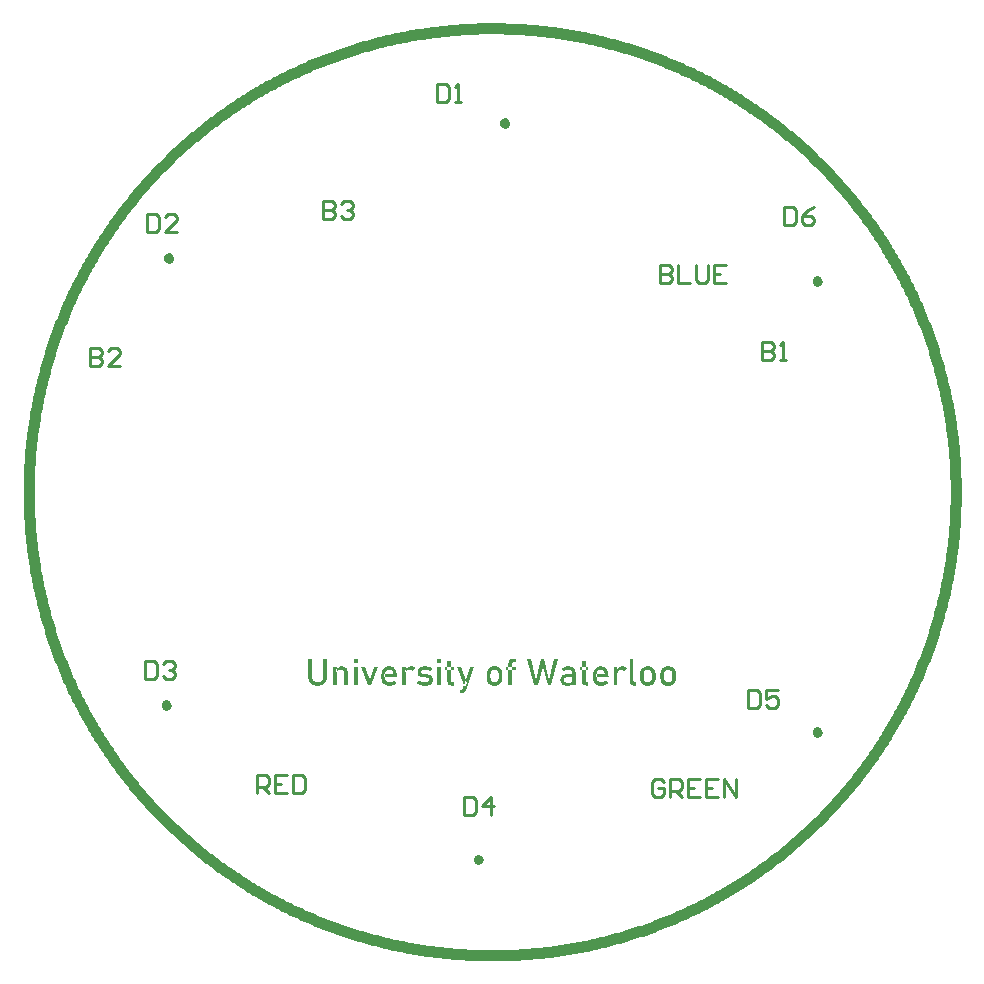
<source format=gto>
G04*
G04 #@! TF.GenerationSoftware,Altium Limited,Altium Designer,21.0.8 (223)*
G04*
G04 Layer_Color=65535*
%FSLAX25Y25*%
%MOIN*%
G70*
G04*
G04 #@! TF.SameCoordinates,7D5CD3C5-D8CC-49FF-9A51-A3FBF932E8B6*
G04*
G04*
G04 #@! TF.FilePolarity,Positive*
G04*
G01*
G75*
%ADD10C,0.01968*%
%ADD11C,0.03500*%
%ADD12C,0.01000*%
G36*
X-16983Y-56941D02*
X-18232D01*
Y-55692D01*
X-16983D01*
Y-56941D01*
D02*
G37*
G36*
X-44873Y-56941D02*
X-46122D01*
Y-55692D01*
X-44873D01*
Y-56941D01*
D02*
G37*
G36*
X7850Y-56876D02*
X6929D01*
X6897Y-56884D01*
X6864Y-56892D01*
X6814Y-56909D01*
X6773Y-56933D01*
X6732Y-56966D01*
X6691Y-57015D01*
Y-57024D01*
X6675Y-57040D01*
X6666Y-57065D01*
X6650Y-57106D01*
X6634Y-57155D01*
X6617Y-57213D01*
X6609Y-57287D01*
X6601Y-57361D01*
Y-58232D01*
X7850D01*
Y-59292D01*
X6601D01*
Y-58232D01*
X5359D01*
Y-59292D01*
X4685D01*
Y-58232D01*
X5359D01*
Y-57369D01*
Y-57361D01*
Y-57328D01*
Y-57287D01*
X5368Y-57229D01*
Y-57163D01*
X5384Y-57081D01*
X5392Y-56991D01*
X5409Y-56900D01*
X5458Y-56695D01*
X5524Y-56481D01*
X5623Y-56284D01*
X5680Y-56193D01*
X5746Y-56111D01*
X5754Y-56103D01*
X5762Y-56095D01*
X5787Y-56070D01*
X5820Y-56046D01*
X5861Y-56013D01*
X5910Y-55980D01*
X5968Y-55939D01*
X6042Y-55897D01*
X6116Y-55865D01*
X6206Y-55823D01*
X6305Y-55791D01*
X6412Y-55758D01*
X6527Y-55733D01*
X6658Y-55708D01*
X6790Y-55700D01*
X6938Y-55692D01*
X7850D01*
Y-56876D01*
D02*
G37*
G36*
X31129Y-58232D02*
X32083D01*
Y-59358D01*
X31129D01*
Y-58232D01*
X29880D01*
Y-59358D01*
X29230D01*
Y-58232D01*
X29880D01*
Y-56391D01*
X31129D01*
Y-58232D01*
D02*
G37*
G36*
X-13686Y-58232D02*
X-12733D01*
Y-59358D01*
X-13686D01*
Y-58232D01*
X-14936D01*
Y-59358D01*
X-15585D01*
Y-58232D01*
X-14936D01*
Y-56391D01*
X-13686D01*
Y-58232D01*
D02*
G37*
G36*
X43550Y-58150D02*
X43648Y-58158D01*
X43771Y-58174D01*
X43903Y-58191D01*
X44043Y-58224D01*
X44174Y-58265D01*
X44183D01*
X44191Y-58273D01*
X44232Y-58289D01*
X44298Y-58314D01*
X44388Y-58355D01*
X44478Y-58413D01*
X44585Y-58470D01*
X44692Y-58544D01*
X44791Y-58635D01*
X43977Y-59736D01*
X43969Y-59728D01*
X43944Y-59703D01*
X43911Y-59662D01*
X43862Y-59621D01*
X43804Y-59572D01*
X43730Y-59522D01*
X43648Y-59473D01*
X43558Y-59432D01*
X43550Y-59424D01*
X43517Y-59416D01*
X43459Y-59399D01*
X43393Y-59374D01*
X43311Y-59358D01*
X43213Y-59342D01*
X43106Y-59333D01*
X42982Y-59325D01*
X42925D01*
X42884Y-59333D01*
X42834D01*
X42777Y-59342D01*
X42645Y-59366D01*
X42497Y-59407D01*
X42341Y-59465D01*
X42193Y-59547D01*
X42062Y-59654D01*
X42045Y-59671D01*
X42012Y-59712D01*
X41963Y-59785D01*
X41906Y-59884D01*
X41840Y-60016D01*
X41791Y-60172D01*
X41758Y-60353D01*
X41741Y-60558D01*
Y-59114D01*
X41815Y-59013D01*
X41922Y-58873D01*
X42053Y-58725D01*
X42202Y-58577D01*
X42366Y-58454D01*
X42374D01*
X42390Y-58438D01*
X42415Y-58421D01*
X42448Y-58405D01*
X42489Y-58380D01*
X42547Y-58355D01*
X42670Y-58298D01*
X42826Y-58240D01*
X42999Y-58191D01*
X43188Y-58158D01*
X43393Y-58141D01*
X43467D01*
X43550Y-58150D01*
D02*
G37*
G36*
X-26986Y-58150D02*
X-26888Y-58158D01*
X-26764Y-58174D01*
X-26633Y-58191D01*
X-26493Y-58224D01*
X-26362Y-58265D01*
X-26353D01*
X-26345Y-58273D01*
X-26304Y-58289D01*
X-26238Y-58314D01*
X-26148Y-58355D01*
X-26057Y-58413D01*
X-25951Y-58470D01*
X-25844Y-58544D01*
X-25745Y-58635D01*
X-26559Y-59736D01*
X-26567Y-59728D01*
X-26592Y-59703D01*
X-26625Y-59662D01*
X-26674Y-59621D01*
X-26731Y-59572D01*
X-26805Y-59522D01*
X-26888Y-59473D01*
X-26978Y-59432D01*
X-26986Y-59424D01*
X-27019Y-59416D01*
X-27077Y-59399D01*
X-27142Y-59374D01*
X-27225Y-59358D01*
X-27323Y-59342D01*
X-27430Y-59333D01*
X-27553Y-59325D01*
X-27611D01*
X-27652Y-59333D01*
X-27701D01*
X-27759Y-59342D01*
X-27891Y-59366D01*
X-28038Y-59407D01*
X-28195Y-59465D01*
X-28343Y-59547D01*
X-28474Y-59654D01*
X-28490Y-59671D01*
X-28523Y-59712D01*
X-28573Y-59786D01*
X-28630Y-59884D01*
X-28696Y-60016D01*
X-28745Y-60172D01*
X-28778Y-60353D01*
X-28795Y-60558D01*
Y-59114D01*
X-28721Y-59013D01*
X-28614Y-58873D01*
X-28482Y-58725D01*
X-28334Y-58577D01*
X-28170Y-58454D01*
X-28162D01*
X-28145Y-58438D01*
X-28121Y-58421D01*
X-28088Y-58405D01*
X-28047Y-58380D01*
X-27989Y-58355D01*
X-27866Y-58298D01*
X-27710Y-58240D01*
X-27537Y-58191D01*
X-27348Y-58158D01*
X-27142Y-58141D01*
X-27068D01*
X-26986Y-58150D01*
D02*
G37*
G36*
X-22243D02*
X-22120D01*
X-21980Y-58166D01*
X-21824Y-58183D01*
X-21652Y-58199D01*
X-21487Y-58232D01*
X-21471D01*
X-21446Y-58240D01*
X-21413Y-58248D01*
X-21323Y-58273D01*
X-21208Y-58298D01*
X-21076Y-58339D01*
X-20928Y-58388D01*
X-20780Y-58438D01*
X-20624Y-58503D01*
X-20616D01*
X-20607Y-58512D01*
X-20583Y-58520D01*
X-20550Y-58536D01*
X-20476Y-58577D01*
X-20369Y-58627D01*
X-20254Y-58692D01*
X-20114Y-58766D01*
X-19975Y-58857D01*
X-19835Y-58955D01*
X-20591Y-59868D01*
X-20599D01*
X-20616Y-59851D01*
X-20640Y-59835D01*
X-20673Y-59818D01*
X-20714Y-59794D01*
X-20764Y-59761D01*
X-20887Y-59695D01*
X-21027Y-59621D01*
X-21191Y-59547D01*
X-21356Y-59473D01*
X-21528Y-59416D01*
X-21536D01*
X-21545Y-59407D01*
X-21569Y-59399D01*
X-21610Y-59391D01*
X-21693Y-59366D01*
X-21816Y-59333D01*
X-21947Y-59309D01*
X-22104Y-59284D01*
X-22260Y-59268D01*
X-22424Y-59259D01*
X-22531D01*
X-22580Y-59268D01*
X-22638D01*
X-22778Y-59284D01*
X-22934Y-59309D01*
X-23090Y-59350D01*
X-23246Y-59399D01*
X-23378Y-59473D01*
X-23394Y-59481D01*
X-23427Y-59514D01*
X-23476Y-59564D01*
X-23534Y-59638D01*
X-23600Y-59728D01*
X-23649Y-59835D01*
X-23682Y-59966D01*
X-23698Y-60123D01*
Y-60131D01*
Y-60164D01*
X-23690Y-60213D01*
X-23674Y-60262D01*
X-23657Y-60328D01*
X-23624Y-60394D01*
X-23575Y-60451D01*
X-23517Y-60509D01*
X-23509Y-60517D01*
X-23484Y-60534D01*
X-23443Y-60550D01*
X-23394Y-60583D01*
X-23328Y-60608D01*
X-23246Y-60640D01*
X-23164Y-60665D01*
X-23065Y-60681D01*
X-23049D01*
X-23016Y-60690D01*
X-22950Y-60698D01*
X-22860Y-60706D01*
X-22753Y-60714D01*
X-22613Y-60731D01*
X-22457Y-60739D01*
X-22276Y-60755D01*
X-22178D01*
X-22120Y-60764D01*
X-22071D01*
X-22046Y-60772D01*
X-22013D01*
X-21980Y-60780D01*
X-21931D01*
X-21873Y-60788D01*
X-21808D01*
X-21652Y-60813D01*
X-21479Y-60838D01*
X-21290Y-60862D01*
X-21101Y-60904D01*
X-20920Y-60953D01*
X-20912D01*
X-20895Y-60961D01*
X-20871Y-60969D01*
X-20838Y-60977D01*
X-20755Y-61019D01*
X-20649Y-61068D01*
X-20525Y-61142D01*
X-20394Y-61232D01*
X-20262Y-61339D01*
X-20139Y-61479D01*
Y-61487D01*
X-20123Y-61495D01*
X-20106Y-61520D01*
X-20090Y-61553D01*
X-20065Y-61594D01*
X-20040Y-61643D01*
X-20008Y-61701D01*
X-19975Y-61767D01*
X-19950Y-61849D01*
X-19917Y-61931D01*
X-19892Y-62021D01*
X-19868Y-62128D01*
X-19851Y-62235D01*
X-19835Y-62358D01*
X-19818Y-62482D01*
Y-62621D01*
Y-62630D01*
Y-62654D01*
Y-62687D01*
X-19827Y-62736D01*
Y-62794D01*
X-19835Y-62860D01*
X-19851Y-63024D01*
X-19892Y-63205D01*
X-19942Y-63394D01*
X-20016Y-63583D01*
X-20114Y-63764D01*
Y-63772D01*
X-20131Y-63780D01*
X-20147Y-63805D01*
X-20172Y-63838D01*
X-20238Y-63912D01*
X-20328Y-64011D01*
X-20451Y-64117D01*
X-20607Y-64233D01*
X-20788Y-64339D01*
X-20994Y-64430D01*
X-21002D01*
X-21019Y-64438D01*
X-21051Y-64446D01*
X-21101Y-64463D01*
X-21158Y-64479D01*
X-21224Y-64504D01*
X-21306Y-64520D01*
X-21397Y-64537D01*
X-21495Y-64561D01*
X-21610Y-64578D01*
X-21734Y-64603D01*
X-21857Y-64619D01*
X-21997Y-64627D01*
X-22145Y-64644D01*
X-22465Y-64652D01*
X-22613D01*
X-22671Y-64644D01*
X-22810Y-64635D01*
X-22975Y-64627D01*
X-23147Y-64603D01*
X-23337Y-64578D01*
X-23526Y-64545D01*
X-23534D01*
X-23550Y-64537D01*
X-23575D01*
X-23608Y-64529D01*
X-23698Y-64496D01*
X-23822Y-64463D01*
X-23961Y-64413D01*
X-24117Y-64364D01*
X-24274Y-64290D01*
X-24438Y-64216D01*
X-24446D01*
X-24454Y-64208D01*
X-24479Y-64192D01*
X-24512Y-64175D01*
X-24594Y-64126D01*
X-24693Y-64060D01*
X-24816Y-63986D01*
X-24948Y-63887D01*
X-25087Y-63780D01*
X-25227Y-63665D01*
X-24487Y-62761D01*
X-24479Y-62769D01*
X-24463Y-62778D01*
X-24438Y-62794D01*
X-24397Y-62827D01*
X-24356Y-62860D01*
X-24298Y-62893D01*
X-24167Y-62975D01*
X-24011Y-63074D01*
X-23838Y-63172D01*
X-23657Y-63263D01*
X-23468Y-63345D01*
X-23460D01*
X-23443Y-63353D01*
X-23419Y-63361D01*
X-23378Y-63378D01*
X-23337Y-63394D01*
X-23279Y-63411D01*
X-23147Y-63443D01*
X-23000Y-63476D01*
X-22827Y-63509D01*
X-22646Y-63534D01*
X-22465Y-63542D01*
X-22342D01*
X-22284Y-63534D01*
X-22210Y-63526D01*
X-22054Y-63509D01*
X-21873Y-63485D01*
X-21693Y-63443D01*
X-21520Y-63386D01*
X-21438Y-63353D01*
X-21364Y-63312D01*
X-21356D01*
X-21347Y-63304D01*
X-21306Y-63271D01*
X-21249Y-63213D01*
X-21175Y-63139D01*
X-21109Y-63041D01*
X-21051Y-62926D01*
X-21010Y-62786D01*
X-20994Y-62704D01*
Y-62621D01*
Y-62605D01*
Y-62572D01*
X-21002Y-62515D01*
X-21019Y-62449D01*
X-21043Y-62375D01*
X-21084Y-62301D01*
X-21134Y-62227D01*
X-21199Y-62169D01*
X-21208Y-62161D01*
X-21232Y-62145D01*
X-21273Y-62120D01*
X-21331Y-62087D01*
X-21405Y-62054D01*
X-21487Y-62013D01*
X-21586Y-61989D01*
X-21693Y-61964D01*
X-21709D01*
X-21750Y-61956D01*
X-21816Y-61947D01*
X-21906Y-61931D01*
X-22030Y-61914D01*
X-22178Y-61898D01*
X-22342Y-61882D01*
X-22539Y-61865D01*
X-22704D01*
X-22745Y-61857D01*
X-22794D01*
X-22810Y-61849D01*
X-22868D01*
X-22901Y-61840D01*
X-22942D01*
X-23000Y-61832D01*
X-23057Y-61824D01*
X-23205Y-61808D01*
X-23370Y-61783D01*
X-23542Y-61750D01*
X-23723Y-61717D01*
X-23887Y-61668D01*
X-23896D01*
X-23904Y-61660D01*
X-23953Y-61643D01*
X-24035Y-61610D01*
X-24134Y-61561D01*
X-24241Y-61495D01*
X-24364Y-61405D01*
X-24479Y-61306D01*
X-24594Y-61183D01*
Y-61175D01*
X-24602Y-61167D01*
X-24619Y-61142D01*
X-24635Y-61117D01*
X-24685Y-61035D01*
X-24734Y-60920D01*
X-24791Y-60772D01*
X-24833Y-60591D01*
X-24866Y-60386D01*
X-24882Y-60147D01*
Y-60139D01*
Y-60114D01*
Y-60081D01*
X-24874Y-60032D01*
Y-59983D01*
X-24866Y-59909D01*
X-24849Y-59761D01*
X-24816Y-59580D01*
X-24767Y-59399D01*
X-24701Y-59210D01*
X-24611Y-59038D01*
Y-59029D01*
X-24594Y-59021D01*
X-24578Y-58996D01*
X-24561Y-58964D01*
X-24496Y-58881D01*
X-24405Y-58783D01*
X-24290Y-58676D01*
X-24142Y-58561D01*
X-23978Y-58454D01*
X-23789Y-58363D01*
X-23780D01*
X-23764Y-58355D01*
X-23731Y-58339D01*
X-23690Y-58331D01*
X-23641Y-58314D01*
X-23575Y-58289D01*
X-23501Y-58273D01*
X-23411Y-58248D01*
X-23320Y-58232D01*
X-23213Y-58215D01*
X-23106Y-58191D01*
X-22983Y-58174D01*
X-22720Y-58150D01*
X-22424Y-58141D01*
X-22293D01*
X-22243Y-58150D01*
D02*
G37*
G36*
X19744Y-64561D02*
X18470D01*
X16835Y-58363D01*
X15133Y-64561D01*
X13859D01*
X11697Y-55692D01*
X12988D01*
X14558Y-62646D01*
X16374Y-55692D01*
X17229D01*
X19046Y-62646D01*
X20616Y-55692D01*
X21906D01*
X19744Y-64561D01*
D02*
G37*
G36*
X-40344Y-64561D02*
X-41281D01*
X-43656Y-58232D01*
X-42358D01*
X-40812Y-62753D01*
X-39259Y-58232D01*
X-37960D01*
X-40344Y-64561D01*
D02*
G37*
G36*
X-55049Y-61356D02*
Y-61364D01*
Y-61405D01*
Y-61454D01*
X-55058Y-61528D01*
Y-61619D01*
X-55066Y-61725D01*
X-55082Y-61841D01*
X-55099Y-61972D01*
X-55115Y-62104D01*
X-55140Y-62252D01*
X-55206Y-62547D01*
X-55296Y-62852D01*
X-55353Y-63000D01*
X-55419Y-63139D01*
Y-63147D01*
X-55436Y-63172D01*
X-55460Y-63213D01*
X-55485Y-63263D01*
X-55526Y-63320D01*
X-55567Y-63394D01*
X-55625Y-63476D01*
X-55690Y-63559D01*
X-55756Y-63649D01*
X-55839Y-63739D01*
X-55929Y-63830D01*
X-56019Y-63928D01*
X-56241Y-64109D01*
X-56356Y-64192D01*
X-56488Y-64266D01*
X-56496D01*
X-56521Y-64282D01*
X-56562Y-64298D01*
X-56611Y-64323D01*
X-56677Y-64356D01*
X-56759Y-64389D01*
X-56858Y-64422D01*
X-56956Y-64455D01*
X-57080Y-64496D01*
X-57203Y-64529D01*
X-57343Y-64561D01*
X-57491Y-64594D01*
X-57647Y-64619D01*
X-57819Y-64635D01*
X-57992Y-64644D01*
X-58173Y-64652D01*
X-58272D01*
X-58337Y-64644D01*
X-58420D01*
X-58518Y-64627D01*
X-58633Y-64619D01*
X-58757Y-64603D01*
X-59020Y-64553D01*
X-59299Y-64487D01*
X-59587Y-64389D01*
X-59727Y-64331D01*
X-59858Y-64266D01*
X-59866Y-64257D01*
X-59891Y-64249D01*
X-59924Y-64224D01*
X-59973Y-64192D01*
X-60031Y-64150D01*
X-60096Y-64101D01*
X-60170Y-64043D01*
X-60253Y-63978D01*
X-60335Y-63904D01*
X-60425Y-63822D01*
X-60516Y-63731D01*
X-60606Y-63624D01*
X-60688Y-63517D01*
X-60770Y-63402D01*
X-60853Y-63271D01*
X-60927Y-63139D01*
Y-63131D01*
X-60943Y-63106D01*
X-60960Y-63065D01*
X-60984Y-63008D01*
X-61009Y-62934D01*
X-61042Y-62852D01*
X-61075Y-62753D01*
X-61107Y-62638D01*
X-61140Y-62515D01*
X-61173Y-62375D01*
X-61206Y-62235D01*
X-61231Y-62071D01*
X-61255Y-61906D01*
X-61272Y-61734D01*
X-61280Y-61545D01*
X-61288Y-61356D01*
Y-55692D01*
X-60039D01*
Y-61397D01*
Y-61405D01*
Y-61438D01*
Y-61487D01*
X-60031Y-61553D01*
X-60022Y-61635D01*
X-60014Y-61734D01*
X-59998Y-61832D01*
X-59981Y-61947D01*
X-59924Y-62194D01*
X-59883Y-62317D01*
X-59833Y-62441D01*
X-59776Y-62564D01*
X-59710Y-62679D01*
X-59636Y-62794D01*
X-59554Y-62901D01*
X-59546Y-62909D01*
X-59529Y-62926D01*
X-59505Y-62950D01*
X-59464Y-62983D01*
X-59414Y-63024D01*
X-59357Y-63065D01*
X-59283Y-63115D01*
X-59200Y-63164D01*
X-59110Y-63213D01*
X-59003Y-63263D01*
X-58888Y-63304D01*
X-58765Y-63345D01*
X-58633Y-63378D01*
X-58485Y-63402D01*
X-58337Y-63419D01*
X-58173Y-63427D01*
X-58091D01*
X-58025Y-63419D01*
X-57951Y-63411D01*
X-57861Y-63402D01*
X-57770Y-63386D01*
X-57663Y-63361D01*
X-57441Y-63296D01*
X-57326Y-63254D01*
X-57211Y-63205D01*
X-57096Y-63147D01*
X-56989Y-63074D01*
X-56891Y-62991D01*
X-56792Y-62901D01*
X-56784Y-62893D01*
X-56767Y-62876D01*
X-56743Y-62843D01*
X-56718Y-62802D01*
X-56677Y-62745D01*
X-56636Y-62679D01*
X-56595Y-62605D01*
X-56545Y-62515D01*
X-56496Y-62408D01*
X-56455Y-62301D01*
X-56414Y-62178D01*
X-56373Y-62038D01*
X-56348Y-61898D01*
X-56323Y-61742D01*
X-56307Y-61569D01*
X-56299Y-61397D01*
Y-55692D01*
X-55049D01*
Y-61356D01*
D02*
G37*
G36*
X-8831Y-62732D02*
X-9395Y-64455D01*
X-11689Y-58232D01*
X-10423D01*
X-8831Y-62732D01*
D02*
G37*
G36*
X41741Y-59114D02*
X41725Y-59136D01*
X41692Y-59194D01*
X41667Y-59243D01*
X41642Y-59276D01*
X41626Y-59309D01*
X41610Y-59325D01*
Y-59333D01*
X41741Y-60558D01*
Y-64561D01*
X40492D01*
Y-58232D01*
X41741D01*
Y-59114D01*
D02*
G37*
G36*
X25531Y-58150D02*
X25613Y-58158D01*
X25696Y-58166D01*
X25794Y-58174D01*
X26008Y-58207D01*
X26230Y-58257D01*
X26460Y-58331D01*
X26674Y-58421D01*
X26682D01*
X26699Y-58438D01*
X26731Y-58454D01*
X26764Y-58470D01*
X26814Y-58503D01*
X26871Y-58536D01*
X26994Y-58627D01*
X27134Y-58742D01*
X27274Y-58881D01*
X27414Y-59038D01*
X27529Y-59227D01*
Y-59235D01*
X27545Y-59251D01*
X27553Y-59276D01*
X27578Y-59317D01*
X27595Y-59374D01*
X27619Y-59432D01*
X27652Y-59506D01*
X27677Y-59580D01*
X27701Y-59671D01*
X27734Y-59769D01*
X27775Y-59983D01*
X27808Y-60229D01*
X27825Y-60492D01*
Y-64561D01*
X26641D01*
Y-64073D01*
X26658Y-64052D01*
X26707Y-63994D01*
X26740Y-63945D01*
X26764Y-63912D01*
X26772Y-63904D01*
X26641Y-63016D01*
Y-61824D01*
X26781D01*
X26699Y-60821D01*
X26641D01*
Y-61824D01*
X24824D01*
X24742Y-61832D01*
X24627Y-61849D01*
X24512Y-61873D01*
X24389Y-61914D01*
X24274Y-61964D01*
X24175Y-62038D01*
X24167Y-62046D01*
X24142Y-62079D01*
X24101Y-62128D01*
X24060Y-62202D01*
X24011Y-62293D01*
X23978Y-62408D01*
X23945Y-62539D01*
X23937Y-62695D01*
Y-62704D01*
Y-62720D01*
Y-62745D01*
X23945Y-62778D01*
X23953Y-62860D01*
X23978Y-62967D01*
X24019Y-63082D01*
X24068Y-63205D01*
X24150Y-63312D01*
X24257Y-63411D01*
X24274Y-63419D01*
X24315Y-63443D01*
X24397Y-63485D01*
X24496Y-63526D01*
X24635Y-63567D01*
X24800Y-63608D01*
X24997Y-63633D01*
X25227Y-63641D01*
X25342D01*
X25400Y-63633D01*
X25474D01*
X25630Y-63624D01*
X25803Y-63608D01*
X25975Y-63575D01*
X26140Y-63542D01*
X26222Y-63517D01*
X26288Y-63493D01*
X26296D01*
X26304Y-63485D01*
X26345Y-63460D01*
X26403Y-63427D01*
X26468Y-63378D01*
X26526Y-63304D01*
X26583Y-63222D01*
X26625Y-63131D01*
X26641Y-63073D01*
Y-64073D01*
X26600Y-64126D01*
X26534Y-64192D01*
X26452Y-64265D01*
X26362Y-64331D01*
X26353Y-64339D01*
X26320Y-64356D01*
X26271Y-64389D01*
X26205Y-64422D01*
X26123Y-64463D01*
X26024Y-64504D01*
X25918Y-64537D01*
X25803Y-64570D01*
X25786D01*
X25745Y-64586D01*
X25679Y-64594D01*
X25597Y-64611D01*
X25490Y-64627D01*
X25375Y-64635D01*
X25244Y-64652D01*
X24981D01*
X24907Y-64644D01*
X24808Y-64635D01*
X24693Y-64627D01*
X24570Y-64611D01*
X24438Y-64594D01*
X24150Y-64537D01*
X24002Y-64496D01*
X23854Y-64446D01*
X23715Y-64397D01*
X23583Y-64331D01*
X23452Y-64257D01*
X23337Y-64175D01*
X23328Y-64167D01*
X23312Y-64150D01*
X23287Y-64126D01*
X23246Y-64085D01*
X23205Y-64035D01*
X23156Y-63969D01*
X23106Y-63896D01*
X23049Y-63805D01*
X23000Y-63706D01*
X22942Y-63600D01*
X22893Y-63476D01*
X22852Y-63345D01*
X22810Y-63205D01*
X22786Y-63041D01*
X22769Y-62876D01*
X22761Y-62695D01*
Y-62687D01*
Y-62654D01*
Y-62605D01*
X22769Y-62539D01*
X22778Y-62465D01*
X22786Y-62375D01*
X22802Y-62276D01*
X22827Y-62169D01*
X22893Y-61939D01*
X22934Y-61824D01*
X22983Y-61709D01*
X23041Y-61594D01*
X23115Y-61487D01*
X23197Y-61380D01*
X23287Y-61290D01*
X23295Y-61282D01*
X23312Y-61273D01*
X23345Y-61249D01*
X23386Y-61216D01*
X23443Y-61183D01*
X23517Y-61142D01*
X23591Y-61101D01*
X23690Y-61051D01*
X23797Y-61010D01*
X23912Y-60969D01*
X24052Y-60928D01*
X24192Y-60895D01*
X24348Y-60862D01*
X24520Y-60838D01*
X24701Y-60830D01*
X24898Y-60821D01*
X26641D01*
Y-60550D01*
Y-60542D01*
Y-60525D01*
Y-60492D01*
X26633Y-60443D01*
Y-60394D01*
X26625Y-60336D01*
X26600Y-60197D01*
X26559Y-60040D01*
X26501Y-59884D01*
X26419Y-59728D01*
X26304Y-59588D01*
X26288Y-59572D01*
X26247Y-59531D01*
X26164Y-59481D01*
X26066Y-59416D01*
X25934Y-59350D01*
X25770Y-59301D01*
X25581Y-59259D01*
X25367Y-59243D01*
X25301D01*
X25227Y-59251D01*
X25137Y-59259D01*
X25022Y-59268D01*
X24898Y-59292D01*
X24767Y-59317D01*
X24627Y-59358D01*
X24611Y-59366D01*
X24570Y-59383D01*
X24496Y-59407D01*
X24413Y-59440D01*
X24315Y-59490D01*
X24208Y-59539D01*
X24093Y-59605D01*
X23986Y-59679D01*
X23074Y-59054D01*
X23082Y-59046D01*
X23090Y-59038D01*
X23139Y-58980D01*
X23222Y-58906D01*
X23328Y-58807D01*
X23460Y-58701D01*
X23624Y-58594D01*
X23813Y-58487D01*
X24019Y-58388D01*
X24027D01*
X24044Y-58380D01*
X24076Y-58363D01*
X24126Y-58347D01*
X24175Y-58331D01*
X24241Y-58306D01*
X24323Y-58289D01*
X24405Y-58265D01*
X24496Y-58240D01*
X24602Y-58215D01*
X24824Y-58183D01*
X25071Y-58150D01*
X25334Y-58141D01*
X25466D01*
X25531Y-58150D01*
D02*
G37*
G36*
X6601Y-64561D02*
X5359D01*
Y-59292D01*
X6601D01*
Y-64561D01*
D02*
G37*
G36*
X-16983D02*
X-18232D01*
Y-58232D01*
X-16983D01*
Y-64561D01*
D02*
G37*
G36*
X-28795Y-59114D02*
X-28811Y-59136D01*
X-28844Y-59194D01*
X-28869Y-59243D01*
X-28893Y-59276D01*
X-28910Y-59309D01*
X-28926Y-59325D01*
Y-59333D01*
X-28795Y-60558D01*
Y-64561D01*
X-30044D01*
Y-58232D01*
X-28795D01*
Y-59114D01*
D02*
G37*
G36*
X-44873Y-64561D02*
X-46122D01*
Y-58232D01*
X-44873D01*
Y-64561D01*
D02*
G37*
G36*
X-50068Y-58150D02*
X-49994D01*
X-49912Y-58158D01*
X-49813Y-58174D01*
X-49698Y-58199D01*
X-49583Y-58224D01*
X-49460Y-58265D01*
X-49328Y-58306D01*
X-49197Y-58363D01*
X-49065Y-58429D01*
X-48934Y-58503D01*
X-48810Y-58594D01*
X-48687Y-58701D01*
X-48580Y-58816D01*
X-48572Y-58824D01*
X-48555Y-58849D01*
X-48531Y-58890D01*
X-48490Y-58939D01*
X-48449Y-59013D01*
X-48399Y-59095D01*
X-48350Y-59194D01*
X-48292Y-59309D01*
X-48243Y-59432D01*
X-48194Y-59580D01*
X-48145Y-59736D01*
X-48103Y-59901D01*
X-48062Y-60090D01*
X-48038Y-60287D01*
X-48021Y-60501D01*
X-48013Y-60723D01*
Y-64561D01*
X-49254D01*
Y-60731D01*
Y-60723D01*
Y-60698D01*
Y-60665D01*
X-49262Y-60616D01*
Y-60567D01*
X-49271Y-60501D01*
X-49295Y-60344D01*
X-49336Y-60180D01*
X-49402Y-60008D01*
X-49493Y-59843D01*
X-49542Y-59769D01*
X-49608Y-59695D01*
Y-59687D01*
X-49624Y-59679D01*
X-49674Y-59638D01*
X-49747Y-59580D01*
X-49854Y-59506D01*
X-49994Y-59440D01*
X-50158Y-59383D01*
X-50356Y-59342D01*
X-50463Y-59325D01*
X-50635D01*
X-50676Y-59333D01*
X-50726D01*
X-50791Y-59342D01*
X-50923Y-59366D01*
X-51079Y-59407D01*
X-51235Y-59465D01*
X-51383Y-59547D01*
X-51523Y-59654D01*
X-51539Y-59671D01*
X-51572Y-59712D01*
X-51630Y-59786D01*
X-51687Y-59884D01*
X-51745Y-60016D01*
X-51802Y-60172D01*
X-51835Y-60353D01*
X-51852Y-60558D01*
Y-59114D01*
X-51778Y-59013D01*
X-51663Y-58873D01*
X-51539Y-58725D01*
X-51383Y-58577D01*
X-51219Y-58454D01*
X-51211D01*
X-51194Y-58438D01*
X-51170Y-58421D01*
X-51137Y-58405D01*
X-51087Y-58380D01*
X-51038Y-58355D01*
X-50906Y-58298D01*
X-50750Y-58240D01*
X-50569Y-58191D01*
X-50380Y-58158D01*
X-50167Y-58142D01*
X-50117D01*
X-50068Y-58150D01*
D02*
G37*
G36*
X-51852Y-59114D02*
X-51868Y-59136D01*
X-51901Y-59194D01*
X-51926Y-59243D01*
X-51950Y-59276D01*
X-51967Y-59309D01*
X-51983Y-59325D01*
Y-59333D01*
X-51852Y-60558D01*
Y-64561D01*
X-53101D01*
Y-58232D01*
X-51852D01*
Y-59114D01*
D02*
G37*
G36*
X47076Y-62934D02*
Y-62942D01*
Y-62975D01*
X47084Y-63016D01*
X47092Y-63065D01*
X47117Y-63180D01*
X47142Y-63238D01*
X47175Y-63287D01*
X47183Y-63296D01*
X47191Y-63304D01*
X47216Y-63328D01*
X47249Y-63345D01*
X47290Y-63370D01*
X47331Y-63394D01*
X47388Y-63402D01*
X47454Y-63411D01*
X48046D01*
Y-64586D01*
X47249D01*
X47199Y-64578D01*
X47142Y-64570D01*
X47068Y-64561D01*
X46911Y-64529D01*
X46739Y-64479D01*
X46550Y-64405D01*
X46459Y-64356D01*
X46377Y-64290D01*
X46287Y-64224D01*
X46213Y-64150D01*
Y-64142D01*
X46196Y-64134D01*
X46180Y-64101D01*
X46155Y-64068D01*
X46122Y-64027D01*
X46090Y-63969D01*
X46057Y-63904D01*
X46024Y-63830D01*
X45983Y-63748D01*
X45950Y-63657D01*
X45917Y-63559D01*
X45884Y-63443D01*
X45859Y-63328D01*
X45843Y-63197D01*
X45835Y-63065D01*
X45827Y-62917D01*
Y-55692D01*
X47076D01*
Y-62934D01*
D02*
G37*
G36*
X31129D02*
Y-62942D01*
Y-62975D01*
X31137Y-63016D01*
Y-63065D01*
X31170Y-63180D01*
X31187Y-63238D01*
X31220Y-63287D01*
X31228Y-63296D01*
X31236Y-63304D01*
X31261Y-63328D01*
X31285Y-63345D01*
X31367Y-63394D01*
X31425Y-63402D01*
X31483Y-63411D01*
X32083D01*
Y-64586D01*
X31293D01*
X31244Y-64578D01*
X31179Y-64570D01*
X31104Y-64561D01*
X30940Y-64537D01*
X30751Y-64487D01*
X30562Y-64405D01*
X30472Y-64364D01*
X30389Y-64306D01*
X30307Y-64241D01*
X30233Y-64167D01*
Y-64159D01*
X30217Y-64150D01*
X30200Y-64126D01*
X30176Y-64085D01*
X30151Y-64043D01*
X30118Y-63994D01*
X30093Y-63928D01*
X30060Y-63854D01*
X30028Y-63772D01*
X29995Y-63674D01*
X29962Y-63575D01*
X29937Y-63460D01*
X29913Y-63345D01*
X29896Y-63205D01*
X29888Y-63065D01*
X29880Y-62917D01*
Y-59358D01*
X31129D01*
Y-62934D01*
D02*
G37*
G36*
X-13686Y-62934D02*
Y-62942D01*
Y-62975D01*
X-13678Y-63016D01*
Y-63065D01*
X-13645Y-63180D01*
X-13629Y-63238D01*
X-13596Y-63287D01*
X-13588Y-63296D01*
X-13579Y-63304D01*
X-13555Y-63328D01*
X-13530Y-63345D01*
X-13448Y-63394D01*
X-13390Y-63402D01*
X-13333Y-63411D01*
X-12733D01*
Y-64586D01*
X-13522D01*
X-13571Y-64578D01*
X-13637Y-64570D01*
X-13711Y-64561D01*
X-13875Y-64537D01*
X-14064Y-64487D01*
X-14254Y-64405D01*
X-14344Y-64364D01*
X-14426Y-64307D01*
X-14508Y-64241D01*
X-14582Y-64167D01*
Y-64159D01*
X-14599Y-64150D01*
X-14615Y-64126D01*
X-14640Y-64085D01*
X-14664Y-64043D01*
X-14697Y-63994D01*
X-14722Y-63928D01*
X-14755Y-63854D01*
X-14788Y-63772D01*
X-14821Y-63674D01*
X-14853Y-63575D01*
X-14878Y-63460D01*
X-14903Y-63345D01*
X-14919Y-63205D01*
X-14928Y-63065D01*
X-14936Y-62917D01*
Y-59358D01*
X-13686D01*
Y-62934D01*
D02*
G37*
G36*
X58822Y-58150D02*
X58888D01*
X58970Y-58158D01*
X59069Y-58166D01*
X59168Y-58183D01*
X59390Y-58215D01*
X59620Y-58273D01*
X59858Y-58355D01*
X60088Y-58462D01*
X60096D01*
X60113Y-58479D01*
X60146Y-58495D01*
X60187Y-58520D01*
X60236Y-58552D01*
X60286Y-58594D01*
X60417Y-58701D01*
X60565Y-58832D01*
X60713Y-58996D01*
X60853Y-59185D01*
X60976Y-59399D01*
Y-59407D01*
X60992Y-59424D01*
X61009Y-59457D01*
X61025Y-59506D01*
X61050Y-59564D01*
X61075Y-59638D01*
X61099Y-59720D01*
X61132Y-59810D01*
X61165Y-59917D01*
X61190Y-60024D01*
X61214Y-60147D01*
X61239Y-60279D01*
X61272Y-60558D01*
X61288Y-60871D01*
Y-61914D01*
Y-61923D01*
Y-61956D01*
Y-61997D01*
X61280Y-62063D01*
Y-62137D01*
X61272Y-62219D01*
X61264Y-62317D01*
X61247Y-62424D01*
X61214Y-62663D01*
X61157Y-62909D01*
X61083Y-63164D01*
X60976Y-63402D01*
Y-63411D01*
X60960Y-63427D01*
X60943Y-63460D01*
X60918Y-63501D01*
X60886Y-63550D01*
X60853Y-63608D01*
X60754Y-63748D01*
X60623Y-63895D01*
X60474Y-64052D01*
X60294Y-64200D01*
X60088Y-64331D01*
X60080D01*
X60063Y-64348D01*
X60031Y-64364D01*
X59981Y-64381D01*
X59932Y-64405D01*
X59858Y-64430D01*
X59784Y-64463D01*
X59694Y-64487D01*
X59595Y-64520D01*
X59488Y-64553D01*
X59373Y-64578D01*
X59250Y-64603D01*
X58978Y-64635D01*
X58683Y-64652D01*
X58600D01*
X58543Y-64644D01*
X58469D01*
X58387Y-64635D01*
X58296Y-64627D01*
X58198Y-64611D01*
X57976Y-64570D01*
X57737Y-64520D01*
X57499Y-64438D01*
X57269Y-64331D01*
X57261D01*
X57244Y-64315D01*
X57211Y-64298D01*
X57170Y-64274D01*
X57121Y-64241D01*
X57072Y-64200D01*
X56940Y-64093D01*
X56792Y-63961D01*
X56644Y-63797D01*
X56504Y-63608D01*
X56373Y-63394D01*
Y-63386D01*
X56356Y-63361D01*
X56348Y-63328D01*
X56323Y-63279D01*
X56299Y-63222D01*
X56274Y-63147D01*
X56249Y-63065D01*
X56225Y-62975D01*
X56192Y-62868D01*
X56167Y-62753D01*
X56143Y-62630D01*
X56118Y-62498D01*
X56085Y-62210D01*
X56069Y-61898D01*
Y-60871D01*
Y-60862D01*
Y-60830D01*
Y-60788D01*
X56077Y-60723D01*
Y-60649D01*
X56085Y-60566D01*
X56093Y-60468D01*
X56110Y-60361D01*
X56143Y-60131D01*
X56200Y-59884D01*
X56274Y-59638D01*
X56373Y-59399D01*
Y-59391D01*
X56389Y-59374D01*
X56406Y-59342D01*
X56430Y-59301D01*
X56463Y-59243D01*
X56504Y-59185D01*
X56603Y-59054D01*
X56726Y-58898D01*
X56882Y-58742D01*
X57063Y-58594D01*
X57269Y-58462D01*
X57277D01*
X57293Y-58446D01*
X57326Y-58429D01*
X57376Y-58413D01*
X57433Y-58388D01*
X57499Y-58363D01*
X57573Y-58331D01*
X57663Y-58298D01*
X57762Y-58273D01*
X57869Y-58240D01*
X57984Y-58215D01*
X58115Y-58191D01*
X58387Y-58158D01*
X58683Y-58141D01*
X58765D01*
X58822Y-58150D01*
D02*
G37*
G36*
X52016D02*
X52082D01*
X52164Y-58158D01*
X52263Y-58166D01*
X52361Y-58183D01*
X52583Y-58215D01*
X52814Y-58273D01*
X53052Y-58355D01*
X53282Y-58462D01*
X53290D01*
X53307Y-58479D01*
X53340Y-58495D01*
X53381Y-58520D01*
X53430Y-58552D01*
X53479Y-58594D01*
X53611Y-58701D01*
X53759Y-58832D01*
X53907Y-58996D01*
X54046Y-59185D01*
X54170Y-59399D01*
Y-59407D01*
X54186Y-59424D01*
X54203Y-59457D01*
X54219Y-59506D01*
X54244Y-59564D01*
X54268Y-59638D01*
X54293Y-59720D01*
X54326Y-59810D01*
X54359Y-59917D01*
X54383Y-60024D01*
X54408Y-60147D01*
X54433Y-60279D01*
X54466Y-60558D01*
X54482Y-60871D01*
Y-61914D01*
Y-61923D01*
Y-61956D01*
Y-61997D01*
X54474Y-62063D01*
Y-62137D01*
X54466Y-62219D01*
X54457Y-62317D01*
X54441Y-62424D01*
X54408Y-62663D01*
X54351Y-62909D01*
X54277Y-63164D01*
X54170Y-63402D01*
Y-63411D01*
X54153Y-63427D01*
X54137Y-63460D01*
X54112Y-63501D01*
X54079Y-63550D01*
X54046Y-63608D01*
X53948Y-63748D01*
X53816Y-63895D01*
X53668Y-64052D01*
X53487Y-64200D01*
X53282Y-64331D01*
X53274D01*
X53257Y-64348D01*
X53224Y-64364D01*
X53175Y-64381D01*
X53126Y-64405D01*
X53052Y-64430D01*
X52978Y-64463D01*
X52887Y-64487D01*
X52789Y-64520D01*
X52682Y-64553D01*
X52567Y-64578D01*
X52444Y-64603D01*
X52172Y-64635D01*
X51876Y-64652D01*
X51794D01*
X51737Y-64644D01*
X51663D01*
X51581Y-64635D01*
X51490Y-64627D01*
X51391Y-64611D01*
X51170Y-64570D01*
X50931Y-64520D01*
X50693Y-64438D01*
X50463Y-64331D01*
X50454D01*
X50438Y-64315D01*
X50405Y-64298D01*
X50364Y-64274D01*
X50315Y-64241D01*
X50265Y-64200D01*
X50134Y-64093D01*
X49986Y-63961D01*
X49838Y-63797D01*
X49698Y-63608D01*
X49567Y-63394D01*
Y-63386D01*
X49550Y-63361D01*
X49542Y-63328D01*
X49517Y-63279D01*
X49493Y-63222D01*
X49468Y-63147D01*
X49443Y-63065D01*
X49419Y-62975D01*
X49386Y-62868D01*
X49361Y-62753D01*
X49336Y-62630D01*
X49312Y-62498D01*
X49279Y-62210D01*
X49262Y-61898D01*
Y-60871D01*
Y-60862D01*
Y-60830D01*
Y-60788D01*
X49271Y-60723D01*
Y-60649D01*
X49279Y-60566D01*
X49287Y-60468D01*
X49304Y-60361D01*
X49336Y-60131D01*
X49394Y-59884D01*
X49468Y-59638D01*
X49567Y-59399D01*
Y-59391D01*
X49583Y-59374D01*
X49599Y-59342D01*
X49624Y-59301D01*
X49657Y-59243D01*
X49698Y-59185D01*
X49797Y-59054D01*
X49920Y-58898D01*
X50076Y-58742D01*
X50257Y-58594D01*
X50463Y-58462D01*
X50471D01*
X50487Y-58446D01*
X50520Y-58429D01*
X50569Y-58413D01*
X50627Y-58388D01*
X50693Y-58363D01*
X50767Y-58331D01*
X50857Y-58298D01*
X50956Y-58273D01*
X51063Y-58240D01*
X51178Y-58215D01*
X51309Y-58191D01*
X51581Y-58158D01*
X51876Y-58141D01*
X51959D01*
X52016Y-58150D01*
D02*
G37*
G36*
X36406D02*
X36480D01*
X36554Y-58158D01*
X36645Y-58174D01*
X36743Y-58191D01*
X36957Y-58240D01*
X37187Y-58306D01*
X37409Y-58405D01*
X37524Y-58470D01*
X37631Y-58536D01*
X37639Y-58544D01*
X37656Y-58552D01*
X37689Y-58577D01*
X37722Y-58610D01*
X37771Y-58651D01*
X37820Y-58701D01*
X37886Y-58758D01*
X37952Y-58824D01*
X38017Y-58906D01*
X38083Y-58988D01*
X38157Y-59087D01*
X38231Y-59185D01*
X38297Y-59301D01*
X38363Y-59424D01*
X38429Y-59547D01*
X38486Y-59687D01*
Y-59695D01*
X38502Y-59720D01*
X38511Y-59761D01*
X38535Y-59818D01*
X38552Y-59892D01*
X38576Y-59983D01*
X38609Y-60081D01*
X38634Y-60188D01*
X38659Y-60320D01*
X38691Y-60451D01*
X38716Y-60599D01*
X38733Y-60764D01*
X38757Y-60928D01*
X38765Y-61109D01*
X38782Y-61290D01*
Y-61487D01*
Y-61898D01*
X34795D01*
Y-61914D01*
X34804Y-61972D01*
X34812Y-62038D01*
X34820Y-62112D01*
X34828Y-62194D01*
X34845Y-62284D01*
X34894Y-62482D01*
X34968Y-62687D01*
X35017Y-62786D01*
X35075Y-62884D01*
X35132Y-62975D01*
X35206Y-63057D01*
X35214Y-63065D01*
X35223Y-63073D01*
X35247Y-63098D01*
X35280Y-63123D01*
X35330Y-63156D01*
X35379Y-63189D01*
X35445Y-63230D01*
X35510Y-63263D01*
X35593Y-63304D01*
X35683Y-63345D01*
X35773Y-63378D01*
X35880Y-63411D01*
X35995Y-63435D01*
X36119Y-63460D01*
X36250Y-63468D01*
X36390Y-63476D01*
X36456D01*
X36530Y-63468D01*
X36628Y-63460D01*
X36735Y-63443D01*
X36867Y-63411D01*
X36998Y-63378D01*
X37138Y-63328D01*
X37146D01*
X37154Y-63320D01*
X37204Y-63296D01*
X37269Y-63263D01*
X37360Y-63213D01*
X37467Y-63156D01*
X37574Y-63082D01*
X37689Y-62991D01*
X37804Y-62893D01*
X38618Y-63715D01*
X38609Y-63723D01*
X38593Y-63731D01*
X38568Y-63756D01*
X38535Y-63789D01*
X38494Y-63830D01*
X38437Y-63871D01*
X38313Y-63969D01*
X38157Y-64085D01*
X37976Y-64200D01*
X37779Y-64315D01*
X37565Y-64413D01*
X37557D01*
X37541Y-64422D01*
X37508Y-64438D01*
X37467Y-64446D01*
X37409Y-64471D01*
X37352Y-64487D01*
X37278Y-64512D01*
X37204Y-64529D01*
X37023Y-64578D01*
X36826Y-64611D01*
X36612Y-64644D01*
X36390Y-64652D01*
X36308D01*
X36242Y-64644D01*
X36168D01*
X36078Y-64635D01*
X35979Y-64627D01*
X35872Y-64611D01*
X35634Y-64570D01*
X35387Y-64512D01*
X35132Y-64430D01*
X34886Y-64323D01*
X34877D01*
X34861Y-64306D01*
X34828Y-64290D01*
X34787Y-64265D01*
X34729Y-64224D01*
X34672Y-64183D01*
X34532Y-64076D01*
X34376Y-63945D01*
X34220Y-63780D01*
X34072Y-63583D01*
X33932Y-63361D01*
Y-63353D01*
X33916Y-63328D01*
X33899Y-63296D01*
X33883Y-63246D01*
X33858Y-63189D01*
X33834Y-63115D01*
X33801Y-63024D01*
X33776Y-62926D01*
X33743Y-62819D01*
X33710Y-62704D01*
X33686Y-62580D01*
X33661Y-62441D01*
X33645Y-62301D01*
X33628Y-62145D01*
X33612Y-61824D01*
Y-61109D01*
Y-61101D01*
Y-61068D01*
Y-61019D01*
X33620Y-60953D01*
Y-60871D01*
X33628Y-60772D01*
X33636Y-60665D01*
X33653Y-60550D01*
X33686Y-60303D01*
X33743Y-60032D01*
X33817Y-59761D01*
X33924Y-59506D01*
Y-59498D01*
X33940Y-59473D01*
X33957Y-59440D01*
X33981Y-59399D01*
X34014Y-59342D01*
X34056Y-59276D01*
X34154Y-59128D01*
X34286Y-58964D01*
X34442Y-58799D01*
X34623Y-58635D01*
X34836Y-58495D01*
X34845Y-58487D01*
X34861Y-58479D01*
X34894Y-58462D01*
X34943Y-58438D01*
X35001Y-58413D01*
X35075Y-58380D01*
X35149Y-58347D01*
X35239Y-58314D01*
X35338Y-58281D01*
X35453Y-58257D01*
X35568Y-58224D01*
X35699Y-58199D01*
X35971Y-58158D01*
X36119Y-58141D01*
X36349D01*
X36406Y-58150D01*
D02*
G37*
G36*
X937Y-58150D02*
X1003D01*
X1085Y-58158D01*
X1184Y-58166D01*
X1282Y-58183D01*
X1504Y-58215D01*
X1734Y-58273D01*
X1973Y-58355D01*
X2203Y-58462D01*
X2211D01*
X2228Y-58479D01*
X2261Y-58495D01*
X2302Y-58520D01*
X2351Y-58552D01*
X2400Y-58594D01*
X2532Y-58701D01*
X2680Y-58832D01*
X2828Y-58996D01*
X2967Y-59185D01*
X3091Y-59399D01*
Y-59407D01*
X3107Y-59424D01*
X3124Y-59457D01*
X3140Y-59506D01*
X3165Y-59564D01*
X3189Y-59638D01*
X3214Y-59720D01*
X3247Y-59810D01*
X3280Y-59917D01*
X3304Y-60024D01*
X3329Y-60147D01*
X3354Y-60279D01*
X3387Y-60558D01*
X3403Y-60871D01*
Y-61914D01*
Y-61923D01*
Y-61956D01*
Y-61997D01*
X3395Y-62063D01*
Y-62137D01*
X3387Y-62219D01*
X3378Y-62317D01*
X3362Y-62424D01*
X3329Y-62663D01*
X3272Y-62909D01*
X3198Y-63164D01*
X3091Y-63402D01*
Y-63411D01*
X3074Y-63427D01*
X3058Y-63460D01*
X3033Y-63501D01*
X3000Y-63550D01*
X2967Y-63608D01*
X2869Y-63748D01*
X2737Y-63896D01*
X2589Y-64052D01*
X2409Y-64200D01*
X2203Y-64331D01*
X2195D01*
X2178Y-64348D01*
X2145Y-64364D01*
X2096Y-64381D01*
X2047Y-64405D01*
X1973Y-64430D01*
X1899Y-64463D01*
X1808Y-64487D01*
X1710Y-64520D01*
X1603Y-64553D01*
X1488Y-64578D01*
X1364Y-64603D01*
X1093Y-64635D01*
X797Y-64652D01*
X715D01*
X658Y-64644D01*
X584D01*
X501Y-64635D01*
X411Y-64627D01*
X312Y-64611D01*
X90Y-64570D01*
X-148Y-64520D01*
X-386Y-64438D01*
X-617Y-64331D01*
X-625D01*
X-641Y-64315D01*
X-674Y-64298D01*
X-715Y-64274D01*
X-764Y-64241D01*
X-814Y-64200D01*
X-945Y-64093D01*
X-1093Y-63961D01*
X-1241Y-63797D01*
X-1381Y-63608D01*
X-1512Y-63394D01*
Y-63386D01*
X-1529Y-63361D01*
X-1537Y-63328D01*
X-1562Y-63279D01*
X-1586Y-63222D01*
X-1611Y-63147D01*
X-1636Y-63065D01*
X-1660Y-62975D01*
X-1693Y-62868D01*
X-1718Y-62753D01*
X-1743Y-62630D01*
X-1767Y-62498D01*
X-1800Y-62211D01*
X-1817Y-61898D01*
Y-60871D01*
Y-60862D01*
Y-60830D01*
Y-60788D01*
X-1808Y-60723D01*
Y-60649D01*
X-1800Y-60566D01*
X-1792Y-60468D01*
X-1775Y-60361D01*
X-1743Y-60131D01*
X-1685Y-59884D01*
X-1611Y-59638D01*
X-1512Y-59399D01*
Y-59391D01*
X-1496Y-59374D01*
X-1480Y-59342D01*
X-1455Y-59301D01*
X-1422Y-59243D01*
X-1381Y-59185D01*
X-1282Y-59054D01*
X-1159Y-58898D01*
X-1003Y-58742D01*
X-822Y-58594D01*
X-617Y-58462D01*
X-608D01*
X-592Y-58446D01*
X-559Y-58429D01*
X-510Y-58413D01*
X-452Y-58388D01*
X-386Y-58363D01*
X-312Y-58331D01*
X-222Y-58298D01*
X-123Y-58273D01*
X-16Y-58240D01*
X99Y-58215D01*
X230Y-58191D01*
X501Y-58158D01*
X797Y-58141D01*
X879D01*
X937Y-58150D01*
D02*
G37*
G36*
X-34129Y-58150D02*
X-34056D01*
X-33981Y-58158D01*
X-33891Y-58174D01*
X-33792Y-58191D01*
X-33579Y-58240D01*
X-33349Y-58306D01*
X-33127Y-58405D01*
X-33011Y-58470D01*
X-32905Y-58536D01*
X-32896Y-58544D01*
X-32880Y-58553D01*
X-32847Y-58577D01*
X-32814Y-58610D01*
X-32765Y-58651D01*
X-32716Y-58701D01*
X-32650Y-58758D01*
X-32584Y-58824D01*
X-32518Y-58906D01*
X-32453Y-58988D01*
X-32379Y-59087D01*
X-32305Y-59185D01*
X-32239Y-59301D01*
X-32173Y-59424D01*
X-32107Y-59547D01*
X-32050Y-59687D01*
Y-59695D01*
X-32033Y-59720D01*
X-32025Y-59761D01*
X-32000Y-59818D01*
X-31984Y-59892D01*
X-31959Y-59983D01*
X-31927Y-60081D01*
X-31902Y-60188D01*
X-31877Y-60320D01*
X-31844Y-60451D01*
X-31820Y-60599D01*
X-31803Y-60764D01*
X-31778Y-60928D01*
X-31770Y-61109D01*
X-31754Y-61290D01*
Y-61487D01*
Y-61898D01*
X-35741Y-61898D01*
Y-61914D01*
X-35732Y-61972D01*
X-35724Y-62038D01*
X-35716Y-62112D01*
X-35708Y-62194D01*
X-35691Y-62284D01*
X-35642Y-62482D01*
X-35568Y-62687D01*
X-35519Y-62786D01*
X-35461Y-62884D01*
X-35403Y-62975D01*
X-35330Y-63057D01*
X-35321Y-63065D01*
X-35313Y-63074D01*
X-35289Y-63098D01*
X-35256Y-63123D01*
X-35206Y-63156D01*
X-35157Y-63189D01*
X-35091Y-63230D01*
X-35025Y-63263D01*
X-34943Y-63304D01*
X-34853Y-63345D01*
X-34762Y-63378D01*
X-34655Y-63411D01*
X-34540Y-63435D01*
X-34417Y-63460D01*
X-34286Y-63468D01*
X-34146Y-63476D01*
X-34080D01*
X-34006Y-63468D01*
X-33907Y-63460D01*
X-33801Y-63443D01*
X-33669Y-63411D01*
X-33538Y-63378D01*
X-33398Y-63328D01*
X-33390D01*
X-33381Y-63320D01*
X-33332Y-63296D01*
X-33266Y-63263D01*
X-33176Y-63213D01*
X-33069Y-63156D01*
X-32962Y-63082D01*
X-32847Y-62991D01*
X-32732Y-62893D01*
X-31918Y-63715D01*
X-31927Y-63723D01*
X-31943Y-63731D01*
X-31968Y-63756D01*
X-32000Y-63789D01*
X-32042Y-63830D01*
X-32099Y-63871D01*
X-32222Y-63969D01*
X-32379Y-64085D01*
X-32559Y-64200D01*
X-32757Y-64315D01*
X-32970Y-64413D01*
X-32979D01*
X-32995Y-64422D01*
X-33028Y-64438D01*
X-33069Y-64446D01*
X-33127Y-64471D01*
X-33184Y-64487D01*
X-33258Y-64512D01*
X-33332Y-64529D01*
X-33513Y-64578D01*
X-33710Y-64611D01*
X-33924Y-64644D01*
X-34146Y-64652D01*
X-34228D01*
X-34294Y-64644D01*
X-34368D01*
X-34458Y-64635D01*
X-34557Y-64627D01*
X-34664Y-64611D01*
X-34902Y-64570D01*
X-35149Y-64512D01*
X-35403Y-64430D01*
X-35650Y-64323D01*
X-35658D01*
X-35675Y-64307D01*
X-35708Y-64290D01*
X-35749Y-64266D01*
X-35806Y-64224D01*
X-35864Y-64183D01*
X-36004Y-64076D01*
X-36160Y-63945D01*
X-36316Y-63780D01*
X-36464Y-63583D01*
X-36604Y-63361D01*
Y-63353D01*
X-36620Y-63328D01*
X-36636Y-63296D01*
X-36653Y-63246D01*
X-36678Y-63189D01*
X-36702Y-63115D01*
X-36735Y-63024D01*
X-36760Y-62926D01*
X-36793Y-62819D01*
X-36826Y-62704D01*
X-36850Y-62580D01*
X-36875Y-62441D01*
X-36891Y-62301D01*
X-36908Y-62145D01*
X-36924Y-61824D01*
Y-61109D01*
Y-61101D01*
Y-61068D01*
Y-61019D01*
X-36916Y-60953D01*
Y-60871D01*
X-36908Y-60772D01*
X-36900Y-60665D01*
X-36883Y-60550D01*
X-36850Y-60303D01*
X-36793Y-60032D01*
X-36719Y-59761D01*
X-36612Y-59506D01*
Y-59498D01*
X-36595Y-59473D01*
X-36579Y-59440D01*
X-36554Y-59399D01*
X-36522Y-59342D01*
X-36480Y-59276D01*
X-36382Y-59128D01*
X-36250Y-58964D01*
X-36094Y-58799D01*
X-35913Y-58635D01*
X-35699Y-58495D01*
X-35691Y-58487D01*
X-35675Y-58479D01*
X-35642Y-58462D01*
X-35593Y-58438D01*
X-35535Y-58413D01*
X-35461Y-58380D01*
X-35387Y-58347D01*
X-35297Y-58314D01*
X-35198Y-58281D01*
X-35083Y-58257D01*
X-34968Y-58224D01*
X-34836Y-58199D01*
X-34565Y-58158D01*
X-34417Y-58142D01*
X-34187D01*
X-34129Y-58150D01*
D02*
G37*
G36*
X-8779Y-66041D02*
Y-66049D01*
X-8787Y-66057D01*
X-8795Y-66082D01*
X-8804Y-66115D01*
X-8837Y-66189D01*
X-8886Y-66288D01*
X-8935Y-66403D01*
X-9001Y-66509D01*
X-9083Y-66625D01*
X-9165Y-66723D01*
X-9173Y-66731D01*
X-9206Y-66764D01*
X-9256Y-66805D01*
X-9330Y-66863D01*
X-9412Y-66921D01*
X-9519Y-66986D01*
X-9634Y-67036D01*
X-9757Y-67085D01*
X-9774Y-67093D01*
X-9815Y-67101D01*
X-9889Y-67118D01*
X-9995Y-67142D01*
X-10119Y-67167D01*
X-10259Y-67184D01*
X-10423Y-67192D01*
X-10604Y-67200D01*
X-10859D01*
Y-66000D01*
X-10546D01*
X-10481Y-65992D01*
X-10407Y-65983D01*
X-10316Y-65967D01*
X-10226Y-65942D01*
X-10135Y-65909D01*
X-10053Y-65860D01*
X-10045Y-65852D01*
X-10020Y-65835D01*
X-9979Y-65794D01*
X-9930Y-65745D01*
X-9872Y-65679D01*
X-9815Y-65597D01*
X-9757Y-65499D01*
X-9700Y-65383D01*
X-9395Y-64455D01*
X-9165Y-65079D01*
X-8475Y-63739D01*
X-8831Y-62732D01*
X-7357Y-58232D01*
X-6083D01*
X-8779Y-66041D01*
D02*
G37*
%LPC*%
G36*
X58683Y-59325D02*
X58617D01*
X58576Y-59333D01*
X58518D01*
X58452Y-59350D01*
X58313Y-59374D01*
X58148Y-59424D01*
X57976Y-59498D01*
X57894Y-59539D01*
X57811Y-59597D01*
X57737Y-59654D01*
X57663Y-59728D01*
Y-59736D01*
X57647Y-59744D01*
X57630Y-59769D01*
X57606Y-59802D01*
X57581Y-59843D01*
X57548Y-59892D01*
X57524Y-59950D01*
X57491Y-60024D01*
X57458Y-60098D01*
X57425Y-60180D01*
X57392Y-60279D01*
X57367Y-60377D01*
X57343Y-60492D01*
X57326Y-60607D01*
X57318Y-60739D01*
X57310Y-60871D01*
Y-61914D01*
Y-61923D01*
Y-61947D01*
Y-61989D01*
X57318Y-62038D01*
Y-62095D01*
X57326Y-62169D01*
X57351Y-62334D01*
X57400Y-62523D01*
X57458Y-62712D01*
X57548Y-62901D01*
X57598Y-62983D01*
X57663Y-63065D01*
X57671Y-63073D01*
X57680Y-63082D01*
X57704Y-63106D01*
X57729Y-63131D01*
X57811Y-63197D01*
X57926Y-63271D01*
X58074Y-63345D01*
X58247Y-63411D01*
X58452Y-63460D01*
X58559Y-63468D01*
X58683Y-63476D01*
X58748D01*
X58789Y-63468D01*
X58847Y-63460D01*
X58904Y-63452D01*
X59052Y-63427D01*
X59217Y-63378D01*
X59381Y-63304D01*
X59464Y-63254D01*
X59538Y-63197D01*
X59620Y-63139D01*
X59685Y-63065D01*
X59694Y-63057D01*
X59702Y-63049D01*
X59718Y-63024D01*
X59743Y-62991D01*
X59768Y-62950D01*
X59800Y-62893D01*
X59833Y-62835D01*
X59866Y-62769D01*
X59899Y-62687D01*
X59932Y-62605D01*
X59965Y-62506D01*
X59990Y-62408D01*
X60031Y-62178D01*
X60047Y-62046D01*
Y-61914D01*
Y-60871D01*
Y-60862D01*
Y-60838D01*
Y-60797D01*
X60039Y-60747D01*
Y-60690D01*
X60031Y-60616D01*
X60006Y-60451D01*
X59957Y-60262D01*
X59891Y-60073D01*
X59809Y-59892D01*
X59751Y-59810D01*
X59685Y-59728D01*
Y-59720D01*
X59669Y-59712D01*
X59620Y-59662D01*
X59538Y-59597D01*
X59431Y-59522D01*
X59283Y-59448D01*
X59110Y-59391D01*
X58913Y-59342D01*
X58798Y-59333D01*
X58683Y-59325D01*
D02*
G37*
G36*
X51876D02*
X51811D01*
X51770Y-59333D01*
X51712D01*
X51646Y-59350D01*
X51507Y-59374D01*
X51342Y-59424D01*
X51170Y-59498D01*
X51087Y-59539D01*
X51005Y-59597D01*
X50931Y-59654D01*
X50857Y-59728D01*
Y-59736D01*
X50841Y-59744D01*
X50824Y-59769D01*
X50800Y-59802D01*
X50775Y-59843D01*
X50742Y-59892D01*
X50717Y-59950D01*
X50684Y-60024D01*
X50652Y-60098D01*
X50619Y-60180D01*
X50586Y-60279D01*
X50561Y-60377D01*
X50537Y-60492D01*
X50520Y-60607D01*
X50512Y-60739D01*
X50504Y-60871D01*
Y-61914D01*
Y-61923D01*
Y-61947D01*
Y-61989D01*
X50512Y-62038D01*
Y-62095D01*
X50520Y-62169D01*
X50545Y-62334D01*
X50594Y-62523D01*
X50652Y-62712D01*
X50742Y-62901D01*
X50791Y-62983D01*
X50857Y-63065D01*
X50865Y-63073D01*
X50874Y-63082D01*
X50898Y-63106D01*
X50923Y-63131D01*
X51005Y-63197D01*
X51120Y-63271D01*
X51268Y-63345D01*
X51441Y-63411D01*
X51646Y-63460D01*
X51753Y-63468D01*
X51876Y-63476D01*
X51942D01*
X51983Y-63468D01*
X52041Y-63460D01*
X52098Y-63452D01*
X52246Y-63427D01*
X52411Y-63378D01*
X52575Y-63304D01*
X52657Y-63254D01*
X52731Y-63197D01*
X52814Y-63139D01*
X52879Y-63065D01*
X52887Y-63057D01*
X52896Y-63049D01*
X52912Y-63024D01*
X52937Y-62991D01*
X52961Y-62950D01*
X52994Y-62893D01*
X53027Y-62835D01*
X53060Y-62769D01*
X53093Y-62687D01*
X53126Y-62605D01*
X53159Y-62506D01*
X53183Y-62408D01*
X53224Y-62178D01*
X53241Y-62046D01*
Y-61914D01*
Y-60871D01*
Y-60862D01*
Y-60838D01*
Y-60797D01*
X53233Y-60747D01*
Y-60690D01*
X53224Y-60616D01*
X53200Y-60451D01*
X53150Y-60262D01*
X53085Y-60073D01*
X53003Y-59892D01*
X52945Y-59810D01*
X52879Y-59728D01*
Y-59720D01*
X52863Y-59712D01*
X52814Y-59662D01*
X52731Y-59597D01*
X52624Y-59522D01*
X52477Y-59448D01*
X52304Y-59391D01*
X52107Y-59342D01*
X51991Y-59333D01*
X51876Y-59325D01*
D02*
G37*
G36*
X36275Y-59268D02*
X36209D01*
X36160Y-59276D01*
X36102Y-59284D01*
X36028Y-59292D01*
X35872Y-59325D01*
X35699Y-59383D01*
X35519Y-59465D01*
X35428Y-59514D01*
X35338Y-59572D01*
X35256Y-59646D01*
X35182Y-59728D01*
Y-59736D01*
X35165Y-59753D01*
X35149Y-59777D01*
X35124Y-59810D01*
X35091Y-59860D01*
X35058Y-59917D01*
X35025Y-59983D01*
X34993Y-60065D01*
X34951Y-60155D01*
X34919Y-60254D01*
X34886Y-60361D01*
X34853Y-60476D01*
X34828Y-60607D01*
X34812Y-60739D01*
X34804Y-60887D01*
X34803Y-60895D01*
X37598D01*
Y-60887D01*
Y-60862D01*
X37590Y-60821D01*
X37582Y-60764D01*
X37574Y-60706D01*
X37565Y-60624D01*
X37549Y-60542D01*
X37532Y-60451D01*
X37483Y-60262D01*
X37409Y-60065D01*
X37319Y-59868D01*
X37204Y-59695D01*
Y-59687D01*
X37187Y-59679D01*
X37138Y-59629D01*
X37064Y-59564D01*
X36957Y-59481D01*
X36826Y-59399D01*
X36669Y-59333D01*
X36480Y-59284D01*
X36382Y-59276D01*
X36275Y-59268D01*
D02*
G37*
G36*
X34803Y-60895D02*
X34516D01*
Y-61898D01*
X34795D01*
Y-61873D01*
Y-61849D01*
Y-61840D01*
Y-61043D01*
X34803Y-60895D01*
D02*
G37*
G36*
X797Y-59325D02*
X732D01*
X691Y-59333D01*
X633D01*
X567Y-59350D01*
X427Y-59374D01*
X263Y-59424D01*
X90Y-59498D01*
X8Y-59539D01*
X-74Y-59597D01*
X-148Y-59654D01*
X-222Y-59728D01*
Y-59736D01*
X-238Y-59744D01*
X-255Y-59769D01*
X-280Y-59802D01*
X-304Y-59843D01*
X-337Y-59892D01*
X-362Y-59950D01*
X-395Y-60024D01*
X-427Y-60098D01*
X-460Y-60180D01*
X-493Y-60279D01*
X-518Y-60377D01*
X-543Y-60492D01*
X-559Y-60608D01*
X-567Y-60739D01*
X-575Y-60871D01*
Y-61914D01*
Y-61923D01*
Y-61947D01*
Y-61989D01*
X-567Y-62038D01*
Y-62095D01*
X-559Y-62169D01*
X-534Y-62334D01*
X-485Y-62523D01*
X-427Y-62712D01*
X-337Y-62901D01*
X-288Y-62983D01*
X-222Y-63065D01*
X-214Y-63074D01*
X-206Y-63082D01*
X-181Y-63106D01*
X-156Y-63131D01*
X-74Y-63197D01*
X41Y-63271D01*
X189Y-63345D01*
X362Y-63411D01*
X567Y-63460D01*
X674Y-63468D01*
X797Y-63476D01*
X863D01*
X904Y-63468D01*
X962Y-63460D01*
X1019Y-63452D01*
X1167Y-63427D01*
X1332Y-63378D01*
X1496Y-63304D01*
X1578Y-63254D01*
X1652Y-63197D01*
X1734Y-63139D01*
X1800Y-63065D01*
X1808Y-63057D01*
X1817Y-63049D01*
X1833Y-63024D01*
X1858Y-62991D01*
X1882Y-62950D01*
X1915Y-62893D01*
X1948Y-62835D01*
X1981Y-62769D01*
X2014Y-62687D01*
X2047Y-62605D01*
X2080Y-62506D01*
X2104Y-62408D01*
X2145Y-62178D01*
X2162Y-62046D01*
Y-61914D01*
Y-60871D01*
Y-60862D01*
Y-60838D01*
Y-60797D01*
X2154Y-60747D01*
Y-60690D01*
X2145Y-60616D01*
X2121Y-60451D01*
X2071Y-60262D01*
X2006Y-60073D01*
X1924Y-59892D01*
X1866Y-59810D01*
X1800Y-59728D01*
Y-59720D01*
X1784Y-59712D01*
X1734Y-59662D01*
X1652Y-59597D01*
X1545Y-59522D01*
X1397Y-59448D01*
X1225Y-59391D01*
X1027Y-59342D01*
X912Y-59333D01*
X797Y-59325D01*
D02*
G37*
G36*
X-34261Y-59268D02*
X-34327D01*
X-34376Y-59276D01*
X-34434Y-59284D01*
X-34508Y-59292D01*
X-34664Y-59325D01*
X-34836Y-59383D01*
X-35017Y-59465D01*
X-35108Y-59514D01*
X-35198Y-59572D01*
X-35280Y-59646D01*
X-35354Y-59728D01*
Y-59736D01*
X-35371Y-59753D01*
X-35387Y-59777D01*
X-35412Y-59810D01*
X-35445Y-59860D01*
X-35478Y-59917D01*
X-35510Y-59983D01*
X-35543Y-60065D01*
X-35584Y-60155D01*
X-35617Y-60254D01*
X-35650Y-60361D01*
X-35683Y-60476D01*
X-35708Y-60608D01*
X-35724Y-60739D01*
X-35732Y-60887D01*
X-35733Y-60895D01*
X-32937D01*
Y-60887D01*
Y-60862D01*
X-32946Y-60821D01*
X-32954Y-60764D01*
X-32962Y-60706D01*
X-32970Y-60624D01*
X-32987Y-60542D01*
X-33003Y-60451D01*
X-33053Y-60262D01*
X-33127Y-60065D01*
X-33217Y-59868D01*
X-33332Y-59695D01*
Y-59687D01*
X-33349Y-59679D01*
X-33398Y-59629D01*
X-33472Y-59564D01*
X-33579Y-59481D01*
X-33710Y-59399D01*
X-33866Y-59333D01*
X-34056Y-59284D01*
X-34154Y-59276D01*
X-34261Y-59268D01*
D02*
G37*
G36*
X-35733Y-60895D02*
X-36020D01*
Y-61898D01*
X-35741D01*
Y-61873D01*
Y-61849D01*
Y-61841D01*
Y-61043D01*
X-35733Y-60895D01*
D02*
G37*
%LPD*%
D10*
X109287Y-80300D02*
X108743Y-79551D01*
X107863Y-79837D01*
Y-80763D01*
X108743Y-81049D01*
X109287Y-80300D01*
X-3713Y-122700D02*
X-4257Y-121951D01*
X-5137Y-122237D01*
Y-123163D01*
X-4257Y-123449D01*
X-3713Y-122700D01*
X4987Y122700D02*
X4443Y123449D01*
X3563Y123163D01*
Y122237D01*
X4443Y121951D01*
X4987Y122700D01*
X-107713Y-71300D02*
X-108257Y-70551D01*
X-109137Y-70837D01*
Y-71763D01*
X-108257Y-72049D01*
X-107713Y-71300D01*
X-107013Y77700D02*
X-107557Y78449D01*
X-108437Y78163D01*
Y77237D01*
X-107557Y76951D01*
X-107013Y77700D01*
X109287Y70100D02*
X108743Y70849D01*
X107863Y70563D01*
Y69637D01*
X108743Y69351D01*
X109287Y70100D01*
D11*
X154500Y0D02*
X154497Y1000D01*
X154487Y1999D01*
X154471Y2999D01*
X154448Y3999D01*
X154419Y4998D01*
X154384Y5997D01*
X154341Y6996D01*
X154293Y7994D01*
X154238Y8993D01*
X154177Y9990D01*
X154109Y10988D01*
X154034Y11985D01*
X153954Y12981D01*
X153867Y13977D01*
X153773Y14973D01*
X153673Y15967D01*
X153566Y16961D01*
X153453Y17955D01*
X153334Y18947D01*
X153208Y19939D01*
X153076Y20930D01*
X152937Y21920D01*
X152792Y22909D01*
X152641Y23898D01*
X152483Y24885D01*
X152319Y25871D01*
X152148Y26856D01*
X151971Y27840D01*
X151788Y28823D01*
X151598Y29804D01*
X151402Y30785D01*
X151200Y31764D01*
X150991Y32741D01*
X150776Y33718D01*
X150555Y34693D01*
X150327Y35666D01*
X150093Y36638D01*
X149853Y37609D01*
X149606Y38577D01*
X149354Y39545D01*
X149094Y40510D01*
X148829Y41474D01*
X148558Y42436D01*
X148280Y43397D01*
X147996Y44355D01*
X147706Y45312D01*
X147410Y46267D01*
X147107Y47220D01*
X146799Y48171D01*
X146484Y49120D01*
X146163Y50067D01*
X145836Y51011D01*
X145503Y51954D01*
X145164Y52894D01*
X144818Y53833D01*
X144467Y54769D01*
X144109Y55702D01*
X143746Y56634D01*
X143377Y57563D01*
X143001Y58489D01*
X142620Y59413D01*
X142232Y60335D01*
X141839Y61254D01*
X141439Y62170D01*
X141034Y63084D01*
X140623Y63996D01*
X140206Y64904D01*
X139783Y65810D01*
X139354Y66713D01*
X138920Y67614D01*
X138479Y68511D01*
X138033Y69406D01*
X137581Y70297D01*
X137123Y71186D01*
X136660Y72072D01*
X136190Y72955D01*
X135716Y73835D01*
X135235Y74711D01*
X134749Y75585D01*
X134257Y76455D01*
X133759Y77322D01*
X133256Y78186D01*
X132747Y79047D01*
X132233Y79904D01*
X131713Y80758D01*
X131188Y81609D01*
X130657Y82456D01*
X130121Y83299D01*
X129579Y84140D01*
X129032Y84977D01*
X128479Y85810D01*
X127921Y86639D01*
X127358Y87465D01*
X126789Y88287D01*
X126216Y89106D01*
X125636Y89921D01*
X125052Y90732D01*
X124462Y91539D01*
X123867Y92343D01*
X123267Y93142D01*
X122662Y93938D01*
X122051Y94730D01*
X121436Y95517D01*
X120815Y96301D01*
X120190Y97081D01*
X119559Y97857D01*
X118923Y98628D01*
X118282Y99396D01*
X117637Y100159D01*
X116986Y100918D01*
X116331Y101673D01*
X115670Y102424D01*
X115005Y103170D01*
X114335Y103912D01*
X113661Y104650D01*
X112981Y105383D01*
X112297Y106112D01*
X111608Y106836D01*
X110914Y107556D01*
X110216Y108272D01*
X109513Y108983D01*
X108805Y109689D01*
X108093Y110391D01*
X107377Y111088D01*
X106656Y111780D01*
X105930Y112468D01*
X105200Y113151D01*
X104466Y113830D01*
X103727Y114503D01*
X102984Y115172D01*
X102236Y115836D01*
X101485Y116495D01*
X100729Y117149D01*
X99969Y117799D01*
X99204Y118443D01*
X98436Y119082D01*
X97663Y119717D01*
X96887Y120346D01*
X96106Y120971D01*
X95321Y121590D01*
X94532Y122204D01*
X93739Y122813D01*
X92943Y123417D01*
X92142Y124016D01*
X91338Y124610D01*
X90530Y125198D01*
X89718Y125782D01*
X88902Y126359D01*
X88082Y126932D01*
X87259Y127499D01*
X86432Y128061D01*
X85602Y128618D01*
X84768Y129169D01*
X83930Y129715D01*
X83089Y130255D01*
X82244Y130790D01*
X81397Y131320D01*
X80545Y131844D01*
X79690Y132362D01*
X78832Y132875D01*
X77971Y133382D01*
X77106Y133884D01*
X76238Y134380D01*
X75367Y134871D01*
X74493Y135355D01*
X73615Y135835D01*
X72735Y136308D01*
X71851Y136776D01*
X70964Y137238D01*
X70075Y137694D01*
X69182Y138145D01*
X68287Y138590D01*
X67389Y139029D01*
X66488Y139462D01*
X65584Y139889D01*
X64678Y140311D01*
X63768Y140726D01*
X62856Y141136D01*
X61942Y141540D01*
X61025Y141937D01*
X60105Y142329D01*
X59183Y142715D01*
X58258Y143095D01*
X57331Y143469D01*
X56401Y143837D01*
X55469Y144199D01*
X54535Y144555D01*
X53598Y144905D01*
X52660Y145249D01*
X51719Y145587D01*
X50776Y145918D01*
X49830Y146244D01*
X48883Y146563D01*
X47934Y146876D01*
X46982Y147183D01*
X46029Y147484D01*
X45074Y147779D01*
X44116Y148068D01*
X43157Y148350D01*
X42196Y148626D01*
X41234Y148896D01*
X40270Y149160D01*
X39303Y149417D01*
X38336Y149668D01*
X37367Y149913D01*
X36396Y150152D01*
X35423Y150384D01*
X34449Y150610D01*
X33474Y150830D01*
X32498Y151044D01*
X31519Y151251D01*
X30540Y151452D01*
X29559Y151646D01*
X28578Y151834D01*
X27595Y152016D01*
X26610Y152191D01*
X25625Y152360D01*
X24638Y152523D01*
X23651Y152679D01*
X22663Y152829D01*
X21673Y152972D01*
X20683Y153109D01*
X19692Y153240D01*
X18700Y153364D01*
X17707Y153482D01*
X16713Y153593D01*
X15719Y153698D01*
X14724Y153797D01*
X13729Y153889D01*
X12733Y153974D01*
X11736Y154054D01*
X10739Y154126D01*
X9742Y154193D01*
X8744Y154252D01*
X7745Y154306D01*
X6747Y154353D01*
X5748Y154393D01*
X4749Y154427D01*
X3749Y154455D01*
X2750Y154475D01*
X1750Y154490D01*
X750Y154498D01*
X-249Y154500D01*
X-1249Y154495D01*
X-2249Y154484D01*
X-3248Y154466D01*
X-4248Y154442D01*
X-5247Y154411D01*
X-6246Y154374D01*
X-7245Y154330D01*
X-8243Y154280D01*
X-9241Y154223D01*
X-10239Y154160D01*
X-11237Y154091D01*
X-12234Y154015D01*
X-13230Y153932D01*
X-14226Y153844D01*
X-15221Y153748D01*
X-16215Y153647D01*
X-17209Y153539D01*
X-18202Y153424D01*
X-19195Y153303D01*
X-20186Y153176D01*
X-21177Y153042D01*
X-22167Y152901D01*
X-23156Y152755D01*
X-24144Y152602D01*
X-25131Y152442D01*
X-26117Y152277D01*
X-27101Y152104D01*
X-28085Y151926D01*
X-29068Y151741D01*
X-30049Y151550D01*
X-31029Y151352D01*
X-32008Y151148D01*
X-32985Y150938D01*
X-33961Y150721D01*
X-34936Y150498D01*
X-35909Y150269D01*
X-36880Y150034D01*
X-37850Y149792D01*
X-38819Y149544D01*
X-39786Y149290D01*
X-40751Y149029D01*
X-41714Y148762D01*
X-42676Y148489D01*
X-43636Y148210D01*
X-44594Y147924D01*
X-45550Y147633D01*
X-46505Y147335D01*
X-47457Y147031D01*
X-48408Y146721D01*
X-49356Y146404D01*
X-50302Y146082D01*
X-51246Y145753D01*
X-52188Y145419D01*
X-53128Y145078D01*
X-54066Y144731D01*
X-55001Y144378D01*
X-55935Y144019D01*
X-56865Y143654D01*
X-57794Y143283D01*
X-58720Y142906D01*
X-59643Y142524D01*
X-60564Y142135D01*
X-61483Y141740D01*
X-62398Y141339D01*
X-63312Y140932D01*
X-64222Y140520D01*
X-65130Y140101D01*
X-66035Y139677D01*
X-66938Y139246D01*
X-67837Y138810D01*
X-68734Y138369D01*
X-69628Y137921D01*
X-70519Y137468D01*
X-71407Y137008D01*
X-72292Y136543D01*
X-73174Y136073D01*
X-74053Y135596D01*
X-74929Y135114D01*
X-75802Y134627D01*
X-76671Y134133D01*
X-77538Y133634D01*
X-78401Y133130D01*
X-79261Y132620D01*
X-80117Y132104D01*
X-80970Y131583D01*
X-81820Y131056D01*
X-82666Y130524D01*
X-83509Y129986D01*
X-84348Y129443D01*
X-85184Y128895D01*
X-86017Y128341D01*
X-86845Y127782D01*
X-87670Y127217D01*
X-88492Y126647D01*
X-89309Y126072D01*
X-90123Y125491D01*
X-90933Y124905D01*
X-91740Y124314D01*
X-92542Y123718D01*
X-93341Y123117D01*
X-94135Y122510D01*
X-94926Y121898D01*
X-95713Y121282D01*
X-96496Y120660D01*
X-97275Y120033D01*
X-98049Y119401D01*
X-98820Y118764D01*
X-99586Y118122D01*
X-100349Y117475D01*
X-101107Y116823D01*
X-101860Y116167D01*
X-102610Y115505D01*
X-103355Y114839D01*
X-104096Y114167D01*
X-104833Y113491D01*
X-105565Y112811D01*
X-106293Y112125D01*
X-107016Y111435D01*
X-107735Y110740D01*
X-108449Y110041D01*
X-109159Y109337D01*
X-109864Y108628D01*
X-110565Y107915D01*
X-111261Y107197D01*
X-111952Y106475D01*
X-112639Y105748D01*
X-113321Y105017D01*
X-113998Y104282D01*
X-114671Y103542D01*
X-115338Y102798D01*
X-116001Y102049D01*
X-116659Y101296D01*
X-117312Y100539D01*
X-117960Y99778D01*
X-118603Y99013D01*
X-119241Y98243D01*
X-119875Y97470D01*
X-120503Y96692D01*
X-121126Y95910D01*
X-121744Y95124D01*
X-122357Y94335D01*
X-122965Y93541D01*
X-123568Y92743D01*
X-124165Y91942D01*
X-124758Y91136D01*
X-125345Y90327D01*
X-125926Y89514D01*
X-126503Y88697D01*
X-127074Y87877D01*
X-127640Y87053D01*
X-128201Y86225D01*
X-128756Y85394D01*
X-129306Y84559D01*
X-129851Y83720D01*
X-130390Y82878D01*
X-130923Y82033D01*
X-131451Y81184D01*
X-131974Y80331D01*
X-132491Y79476D01*
X-133002Y78617D01*
X-133508Y77754D01*
X-134009Y76889D01*
X-134503Y76020D01*
X-134993Y75148D01*
X-135476Y74273D01*
X-135954Y73395D01*
X-136426Y72514D01*
X-136892Y71629D01*
X-137353Y70742D01*
X-137808Y69852D01*
X-138257Y68958D01*
X-138700Y68062D01*
X-139138Y67163D01*
X-139569Y66262D01*
X-139995Y65357D01*
X-140415Y64450D01*
X-140829Y63540D01*
X-141238Y62627D01*
X-141640Y61712D01*
X-142036Y60794D01*
X-142427Y59874D01*
X-142811Y58951D01*
X-143190Y58026D01*
X-143562Y57098D01*
X-143929Y56168D01*
X-144289Y55235D01*
X-144643Y54300D01*
X-144992Y53363D01*
X-145334Y52424D01*
X-145670Y51482D01*
X-146000Y50539D01*
X-146324Y49593D01*
X-146642Y48645D01*
X-146954Y47695D01*
X-147259Y46743D01*
X-147559Y45789D01*
X-147852Y44833D01*
X-148139Y43876D01*
X-148420Y42916D01*
X-148694Y41955D01*
X-148963Y40992D01*
X-149225Y40027D01*
X-149481Y39061D01*
X-149731Y38092D01*
X-149974Y37123D01*
X-150211Y36152D01*
X-150442Y35179D01*
X-150666Y34205D01*
X-150884Y33229D01*
X-151096Y32252D01*
X-151302Y31273D01*
X-151501Y30294D01*
X-151694Y29313D01*
X-151880Y28330D01*
X-152060Y27347D01*
X-152234Y26363D01*
X-152402Y25377D01*
X-152563Y24390D01*
X-152717Y23403D01*
X-152866Y22414D01*
X-153007Y21424D01*
X-153143Y20434D01*
X-153272Y19442D01*
X-153394Y18450D01*
X-153511Y17457D01*
X-153620Y16463D01*
X-153724Y15469D01*
X-153821Y14474D01*
X-153911Y13478D01*
X-153995Y12482D01*
X-154072Y11485D01*
X-154144Y10488D01*
X-154208Y9490D01*
X-154266Y8492D01*
X-154318Y7494D01*
X-154363Y6495D01*
X-154402Y5496D01*
X-154435Y4497D01*
X-154460Y3497D01*
X-154480Y2498D01*
X-154493Y1498D01*
X-154499Y498D01*
X-154499Y-501D01*
X-154493Y-1501D01*
X-154480Y-2501D01*
X-154460Y-3500D01*
X-154435Y-4500D01*
X-154402Y-5499D01*
X-154363Y-6498D01*
X-154318Y-7497D01*
X-154266Y-8495D01*
X-154208Y-9493D01*
X-154143Y-10491D01*
X-154072Y-11488D01*
X-153995Y-12485D01*
X-153911Y-13481D01*
X-153820Y-14477D01*
X-153723Y-15472D01*
X-153620Y-16466D01*
X-153510Y-17460D01*
X-153394Y-18453D01*
X-153271Y-19445D01*
X-153142Y-20437D01*
X-153007Y-21427D01*
X-152865Y-22417D01*
X-152717Y-23405D01*
X-152562Y-24393D01*
X-152401Y-25380D01*
X-152234Y-26365D01*
X-152060Y-27350D01*
X-151880Y-28333D01*
X-151693Y-29316D01*
X-151500Y-30297D01*
X-151301Y-31276D01*
X-151096Y-32255D01*
X-150884Y-33232D01*
X-150665Y-34207D01*
X-150441Y-35182D01*
X-150210Y-36154D01*
X-149973Y-37126D01*
X-149730Y-38095D01*
X-149480Y-39063D01*
X-149224Y-40030D01*
X-148962Y-40995D01*
X-148694Y-41958D01*
X-148419Y-42919D01*
X-148138Y-43878D01*
X-147851Y-44836D01*
X-147558Y-45792D01*
X-147258Y-46746D01*
X-146953Y-47698D01*
X-146641Y-48648D01*
X-146323Y-49595D01*
X-145999Y-50541D01*
X-145669Y-51485D01*
X-145333Y-52427D01*
X-144991Y-53366D01*
X-144642Y-54303D01*
X-144288Y-55238D01*
X-143928Y-56170D01*
X-143561Y-57100D01*
X-143189Y-58028D01*
X-142810Y-58954D01*
X-142426Y-59877D01*
X-142035Y-60797D01*
X-141639Y-61715D01*
X-141236Y-62630D01*
X-140828Y-63543D01*
X-140414Y-64452D01*
X-139994Y-65360D01*
X-139568Y-66264D01*
X-139137Y-67166D01*
X-138699Y-68065D01*
X-138256Y-68961D01*
X-137806Y-69854D01*
X-137352Y-70745D01*
X-136891Y-71632D01*
X-136425Y-72516D01*
X-135952Y-73397D01*
X-135475Y-74276D01*
X-134991Y-75151D01*
X-134502Y-76023D01*
X-134007Y-76891D01*
X-133507Y-77757D01*
X-133001Y-78619D01*
X-132490Y-79478D01*
X-131972Y-80334D01*
X-131450Y-81186D01*
X-130922Y-82035D01*
X-130388Y-82881D01*
X-129849Y-83723D01*
X-129305Y-84561D01*
X-128755Y-85396D01*
X-128199Y-86227D01*
X-127639Y-87055D01*
X-127073Y-87879D01*
X-126502Y-88700D01*
X-125925Y-89516D01*
X-125343Y-90329D01*
X-124756Y-91138D01*
X-124163Y-91944D01*
X-123566Y-92745D01*
X-122963Y-93543D01*
X-122355Y-94337D01*
X-121742Y-95127D01*
X-121124Y-95912D01*
X-120501Y-96694D01*
X-119873Y-97472D01*
X-119240Y-98246D01*
X-118601Y-99015D01*
X-117958Y-99780D01*
X-117310Y-100542D01*
X-116657Y-101299D01*
X-115999Y-102051D01*
X-115336Y-102800D01*
X-114669Y-103544D01*
X-113996Y-104284D01*
X-113319Y-105019D01*
X-112637Y-105750D01*
X-111950Y-106477D01*
X-111259Y-107199D01*
X-110563Y-107917D01*
X-109862Y-108630D01*
X-109157Y-109339D01*
X-108447Y-110043D01*
X-107733Y-110742D01*
X-107014Y-111437D01*
X-106291Y-112127D01*
X-105563Y-112813D01*
X-104831Y-113493D01*
X-104094Y-114169D01*
X-103353Y-114841D01*
X-102608Y-115507D01*
X-101858Y-116168D01*
X-101104Y-116825D01*
X-100346Y-117477D01*
X-99584Y-118124D01*
X-98818Y-118766D01*
X-98047Y-119403D01*
X-97272Y-120035D01*
X-96494Y-120662D01*
X-95711Y-121283D01*
X-94924Y-121900D01*
X-94133Y-122512D01*
X-93339Y-123119D01*
X-92540Y-123720D01*
X-91737Y-124316D01*
X-90931Y-124907D01*
X-90121Y-125493D01*
X-89307Y-126074D01*
X-88489Y-126649D01*
X-87668Y-127219D01*
X-86843Y-127783D01*
X-86014Y-128343D01*
X-85182Y-128897D01*
X-84346Y-129445D01*
X-83507Y-129988D01*
X-82664Y-130526D01*
X-81817Y-131058D01*
X-80967Y-131585D01*
X-80114Y-132106D01*
X-79258Y-132622D01*
X-78398Y-133132D01*
X-77535Y-133636D01*
X-76668Y-134135D01*
X-75799Y-134628D01*
X-74926Y-135116D01*
X-74050Y-135598D01*
X-73171Y-136074D01*
X-72289Y-136545D01*
X-71404Y-137010D01*
X-70516Y-137469D01*
X-69625Y-137923D01*
X-68731Y-138370D01*
X-67834Y-138812D01*
X-66935Y-139248D01*
X-66032Y-139678D01*
X-65127Y-140103D01*
X-64219Y-140521D01*
X-63308Y-140934D01*
X-62395Y-141340D01*
X-61479Y-141741D01*
X-60561Y-142136D01*
X-59640Y-142525D01*
X-58716Y-142908D01*
X-57790Y-143285D01*
X-56862Y-143656D01*
X-55931Y-144021D01*
X-54998Y-144380D01*
X-54062Y-144732D01*
X-53125Y-145079D01*
X-52185Y-145420D01*
X-51243Y-145755D01*
X-50299Y-146083D01*
X-49352Y-146406D01*
X-48404Y-146722D01*
X-47453Y-147032D01*
X-46501Y-147336D01*
X-45546Y-147634D01*
X-44590Y-147925D01*
X-43632Y-148211D01*
X-42672Y-148490D01*
X-41710Y-148763D01*
X-40747Y-149030D01*
X-39782Y-149291D01*
X-38815Y-149545D01*
X-37846Y-149793D01*
X-36876Y-150035D01*
X-35904Y-150270D01*
X-34931Y-150499D01*
X-33957Y-150722D01*
X-32981Y-150939D01*
X-32003Y-151149D01*
X-31025Y-151353D01*
X-30045Y-151551D01*
X-29063Y-151742D01*
X-28081Y-151927D01*
X-27097Y-152105D01*
X-26112Y-152277D01*
X-25126Y-152443D01*
X-24139Y-152603D01*
X-23151Y-152756D01*
X-22162Y-152902D01*
X-21173Y-153042D01*
X-20182Y-153176D01*
X-19190Y-153304D01*
X-18198Y-153425D01*
X-17205Y-153539D01*
X-16211Y-153647D01*
X-15216Y-153749D01*
X-14221Y-153844D01*
X-13225Y-153933D01*
X-12229Y-154015D01*
X-11232Y-154091D01*
X-10234Y-154161D01*
X-9237Y-154224D01*
X-8239Y-154280D01*
X-7240Y-154330D01*
X-6241Y-154374D01*
X-5242Y-154411D01*
X-4243Y-154442D01*
X-3243Y-154466D01*
X-2244Y-154484D01*
X-1244Y-154495D01*
X-244Y-154500D01*
X755Y-154498D01*
X1755Y-154490D01*
X2755Y-154475D01*
X3754Y-154454D01*
X4754Y-154427D01*
X5753Y-154393D01*
X6752Y-154352D01*
X7750Y-154306D01*
X8749Y-154252D01*
X9747Y-154192D01*
X10744Y-154126D01*
X11741Y-154053D01*
X12738Y-153974D01*
X13734Y-153888D01*
X14730Y-153796D01*
X15724Y-153698D01*
X16719Y-153593D01*
X17712Y-153481D01*
X18705Y-153364D01*
X19697Y-153239D01*
X20688Y-153109D01*
X21679Y-152971D01*
X22668Y-152828D01*
X23656Y-152678D01*
X24644Y-152522D01*
X25630Y-152359D01*
X26616Y-152190D01*
X27600Y-152015D01*
X28583Y-151833D01*
X29565Y-151645D01*
X30546Y-151450D01*
X31525Y-151250D01*
X32503Y-151042D01*
X33480Y-150829D01*
X34455Y-150609D01*
X35429Y-150383D01*
X36401Y-150151D01*
X37372Y-149912D01*
X38341Y-149667D01*
X39309Y-149416D01*
X40275Y-149158D01*
X41240Y-148894D01*
X42202Y-148625D01*
X43163Y-148348D01*
X44122Y-148066D01*
X45079Y-147777D01*
X46035Y-147483D01*
X46988Y-147181D01*
X47939Y-146874D01*
X48889Y-146561D01*
X49836Y-146242D01*
X50781Y-145916D01*
X51724Y-145584D01*
X52665Y-145247D01*
X53604Y-144903D01*
X54541Y-144553D01*
X55475Y-144197D01*
X56407Y-143835D01*
X57336Y-143467D01*
X58264Y-143093D01*
X59188Y-142713D01*
X60111Y-142327D01*
X61030Y-141935D01*
X61948Y-141537D01*
X62862Y-141133D01*
X63774Y-140724D01*
X64683Y-140308D01*
X65590Y-139886D01*
X66494Y-139459D01*
X67395Y-139026D01*
X68293Y-138587D01*
X69188Y-138142D01*
X70081Y-137691D01*
X70970Y-137235D01*
X71857Y-136773D01*
X72740Y-136305D01*
X73621Y-135832D01*
X74498Y-135352D01*
X75373Y-134868D01*
X76244Y-134377D01*
X77112Y-133881D01*
X77976Y-133379D01*
X78838Y-132872D01*
X79696Y-132359D01*
X80551Y-131840D01*
X81402Y-131316D01*
X82250Y-130787D01*
X83095Y-130252D01*
X83936Y-129711D01*
X84773Y-129165D01*
X85608Y-128614D01*
X86438Y-128058D01*
X87265Y-127496D01*
X88088Y-126928D01*
X88907Y-126356D01*
X89723Y-125777D01*
X90535Y-125194D01*
X91343Y-124606D01*
X92148Y-124012D01*
X92949Y-123413D01*
X93745Y-122809D01*
X94538Y-122200D01*
X95327Y-121586D01*
X96111Y-120966D01*
X96892Y-120342D01*
X97669Y-119712D01*
X98441Y-119078D01*
X99210Y-118438D01*
X99974Y-117794D01*
X100734Y-117145D01*
X101490Y-116490D01*
X102242Y-115831D01*
X102989Y-115167D01*
X103732Y-114498D01*
X104471Y-113824D01*
X105206Y-113146D01*
X105936Y-112463D01*
X106661Y-111775D01*
X107382Y-111083D01*
X108099Y-110385D01*
X108811Y-109684D01*
X109518Y-108977D01*
X110221Y-108266D01*
X110919Y-107551D01*
X111613Y-106831D01*
X112302Y-106106D01*
X112986Y-105377D01*
X113666Y-104644D01*
X114340Y-103906D01*
X115010Y-103164D01*
X115675Y-102418D01*
X116336Y-101667D01*
X116991Y-100912D01*
X117642Y-100153D01*
X118288Y-99390D01*
X118928Y-98622D01*
X119564Y-97851D01*
X120194Y-97075D01*
X120820Y-96295D01*
X121441Y-95511D01*
X122056Y-94723D01*
X122667Y-93932D01*
X123272Y-93136D01*
X123872Y-92336D01*
X124467Y-91533D01*
X125057Y-90725D01*
X125641Y-89914D01*
X126220Y-89099D01*
X126794Y-88281D01*
X127363Y-87458D01*
X127926Y-86633D01*
X128484Y-85803D01*
X129036Y-84970D01*
X129584Y-84133D01*
X130125Y-83293D01*
X130661Y-82449D01*
X131192Y-81602D01*
X131718Y-80751D01*
X132237Y-79897D01*
X132752Y-79040D01*
X133260Y-78179D01*
X133763Y-77315D01*
X134261Y-76448D01*
X134753Y-75577D01*
X135239Y-74704D01*
X135720Y-73827D01*
X136195Y-72947D01*
X136664Y-72065D01*
X137127Y-71179D01*
X137585Y-70290D01*
X138037Y-69398D01*
X138483Y-68503D01*
X138923Y-67606D01*
X139358Y-66706D01*
X139787Y-65802D01*
X140209Y-64896D01*
X140627Y-63988D01*
X141038Y-63077D01*
X141443Y-62163D01*
X141842Y-61246D01*
X142235Y-60327D01*
X142623Y-59405D01*
X143004Y-58481D01*
X143380Y-57554D01*
X143749Y-56625D01*
X144113Y-55694D01*
X144470Y-54760D01*
X144821Y-53824D01*
X145167Y-52886D01*
X145506Y-51946D01*
X145839Y-51003D01*
X146166Y-50058D01*
X146487Y-49111D01*
X146801Y-48162D01*
X147110Y-47212D01*
X147412Y-46259D01*
X147709Y-45304D01*
X147999Y-44347D01*
X148283Y-43388D01*
X148560Y-42428D01*
X148832Y-41466D01*
X149097Y-40502D01*
X149356Y-39536D01*
X149609Y-38569D01*
X149855Y-37600D01*
X150095Y-36629D01*
X150329Y-35657D01*
X150557Y-34684D01*
X150778Y-33709D01*
X150993Y-32732D01*
X151201Y-31755D01*
X151404Y-30776D01*
X151600Y-29795D01*
X151789Y-28814D01*
X151973Y-27831D01*
X152150Y-26847D01*
X152320Y-25862D01*
X152484Y-24876D01*
X152642Y-23888D01*
X152793Y-22900D01*
X152938Y-21911D01*
X153077Y-20921D01*
X153209Y-19930D01*
X153335Y-18938D01*
X153454Y-17945D01*
X153567Y-16952D01*
X153674Y-15958D01*
X153774Y-14963D01*
X153867Y-13968D01*
X153955Y-12972D01*
X154035Y-11975D01*
X154109Y-10978D01*
X154177Y-9981D01*
X154239Y-8983D01*
X154294Y-7985D01*
X154342Y-6986D01*
X154384Y-5987D01*
X154420Y-4988D01*
X154448Y-3989D01*
X154471Y-2990D01*
X154487Y-1990D01*
X154497Y-990D01*
X154500Y0D01*
D12*
X-78300Y-100400D02*
Y-94402D01*
X-75301D01*
X-74301Y-95402D01*
Y-97401D01*
X-75301Y-98401D01*
X-78300D01*
X-76301D02*
X-74301Y-100400D01*
X-68303Y-94402D02*
X-72302D01*
Y-100400D01*
X-68303D01*
X-72302Y-97401D02*
X-70303D01*
X-66304Y-94402D02*
Y-100400D01*
X-63305D01*
X-62305Y-99400D01*
Y-95402D01*
X-63305Y-94402D01*
X-66304D01*
X56100Y75698D02*
Y69700D01*
X59099D01*
X60099Y70700D01*
Y71699D01*
X59099Y72699D01*
X56100D01*
X59099D01*
X60099Y73699D01*
Y74698D01*
X59099Y75698D01*
X56100D01*
X62098D02*
Y69700D01*
X66097D01*
X68096Y75698D02*
Y70700D01*
X69096Y69700D01*
X71095D01*
X72095Y70700D01*
Y75698D01*
X78093D02*
X74094D01*
Y69700D01*
X78093D01*
X74094Y72699D02*
X76094D01*
X57399Y-96702D02*
X56399Y-95702D01*
X54400D01*
X53400Y-96702D01*
Y-100700D01*
X54400Y-101700D01*
X56399D01*
X57399Y-100700D01*
Y-98701D01*
X55399D01*
X59398Y-101700D02*
Y-95702D01*
X62397D01*
X63397Y-96702D01*
Y-98701D01*
X62397Y-99701D01*
X59398D01*
X61397D02*
X63397Y-101700D01*
X69395Y-95702D02*
X65396D01*
Y-101700D01*
X69395D01*
X65396Y-98701D02*
X67396D01*
X75393Y-95702D02*
X71394D01*
Y-101700D01*
X75393D01*
X71394Y-98701D02*
X73393D01*
X77392Y-101700D02*
Y-95702D01*
X81391Y-101700D01*
Y-95702D01*
X97400Y94798D02*
Y88800D01*
X100399D01*
X101399Y89800D01*
Y93798D01*
X100399Y94798D01*
X97400D01*
X107397D02*
X105397Y93798D01*
X103398Y91799D01*
Y89800D01*
X104398Y88800D01*
X106397D01*
X107397Y89800D01*
Y90799D01*
X106397Y91799D01*
X103398D01*
X85202Y-66001D02*
Y-71999D01*
X88201D01*
X89200Y-70999D01*
Y-67001D01*
X88201Y-66001D01*
X85202D01*
X95198D02*
X91200D01*
Y-69000D01*
X93199Y-68000D01*
X94199D01*
X95198Y-69000D01*
Y-70999D01*
X94199Y-71999D01*
X92199D01*
X91200Y-70999D01*
X-9500Y-101602D02*
Y-107600D01*
X-6501D01*
X-5501Y-106600D01*
Y-102602D01*
X-6501Y-101602D01*
X-9500D01*
X-503Y-107600D02*
Y-101602D01*
X-3502Y-104601D01*
X497D01*
X-115700Y-56302D02*
Y-62300D01*
X-112701D01*
X-111701Y-61300D01*
Y-57302D01*
X-112701Y-56302D01*
X-115700D01*
X-109702Y-57302D02*
X-108702Y-56302D01*
X-106703D01*
X-105703Y-57302D01*
Y-58301D01*
X-106703Y-59301D01*
X-107703D01*
X-106703D01*
X-105703Y-60301D01*
Y-61300D01*
X-106703Y-62300D01*
X-108702D01*
X-109702Y-61300D01*
X-115000Y92698D02*
Y86700D01*
X-112001D01*
X-111001Y87700D01*
Y91698D01*
X-112001Y92698D01*
X-115000D01*
X-105003Y86700D02*
X-109002D01*
X-105003Y90699D01*
Y91698D01*
X-106003Y92698D01*
X-108002D01*
X-109002Y91698D01*
X-18382Y135979D02*
Y129981D01*
X-15383D01*
X-14383Y130981D01*
Y134979D01*
X-15383Y135979D01*
X-18382D01*
X-12384Y129981D02*
X-10385D01*
X-11384D01*
Y135979D01*
X-12384Y134979D01*
X-56398Y96999D02*
Y91001D01*
X-53399D01*
X-52400Y92001D01*
Y93000D01*
X-53399Y94000D01*
X-56398D01*
X-53399D01*
X-52400Y95000D01*
Y95999D01*
X-53399Y96999D01*
X-56398D01*
X-50400Y95999D02*
X-49401Y96999D01*
X-47401D01*
X-46402Y95999D01*
Y95000D01*
X-47401Y94000D01*
X-48401D01*
X-47401D01*
X-46402Y93000D01*
Y92001D01*
X-47401Y91001D01*
X-49401D01*
X-50400Y92001D01*
X-134000Y47998D02*
Y42000D01*
X-131001D01*
X-130001Y43000D01*
Y43999D01*
X-131001Y44999D01*
X-134000D01*
X-131001D01*
X-130001Y45999D01*
Y46998D01*
X-131001Y47998D01*
X-134000D01*
X-124003Y42000D02*
X-128002D01*
X-124003Y45999D01*
Y46998D01*
X-125003Y47998D01*
X-127002D01*
X-128002Y46998D01*
X90000Y49998D02*
Y44000D01*
X92999D01*
X93999Y45000D01*
Y45999D01*
X92999Y46999D01*
X90000D01*
X92999D01*
X93999Y47999D01*
Y48998D01*
X92999Y49998D01*
X90000D01*
X95998Y44000D02*
X97997D01*
X96998D01*
Y49998D01*
X95998Y48998D01*
M02*

</source>
